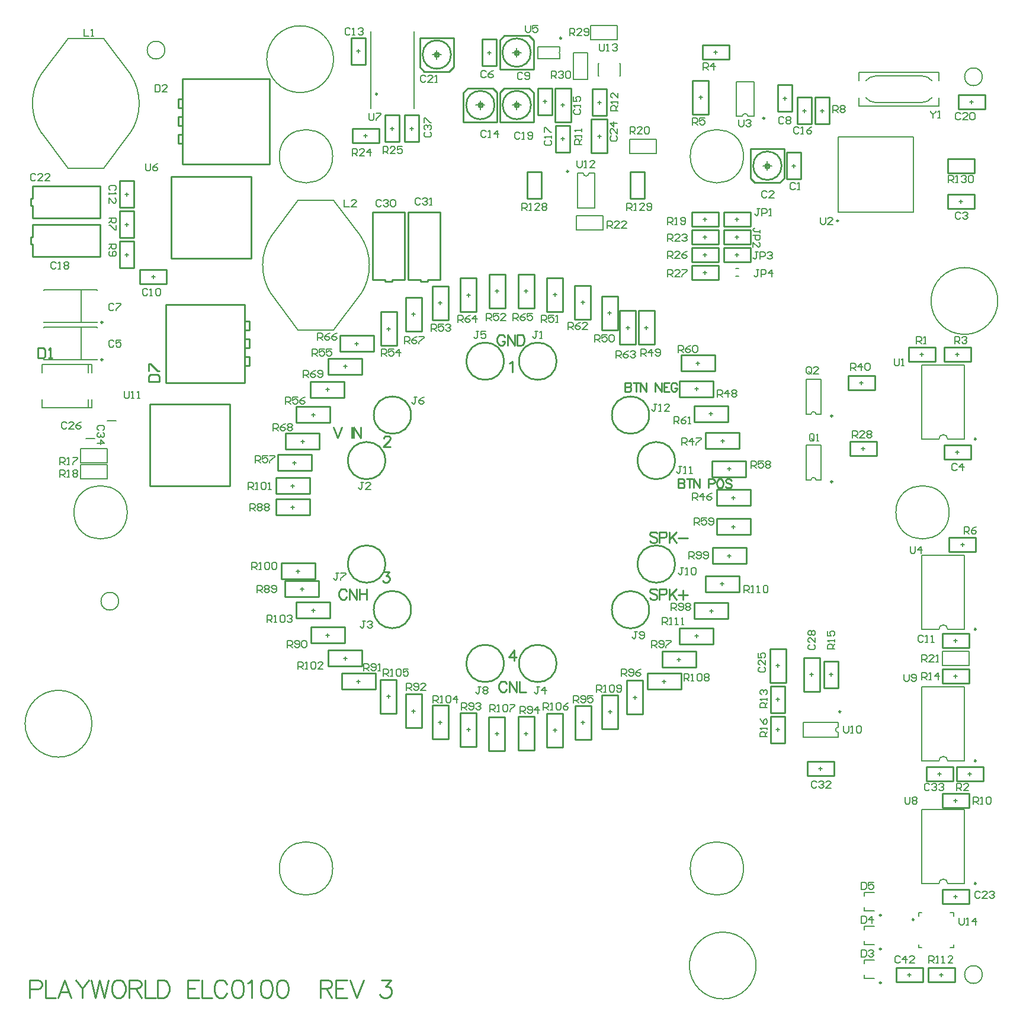
<source format=gto>
%FSLAX23Y23*%
%MOIN*%
G70*
G01*
G75*
G04 Layer_Color=65535*
%ADD10C,0.150*%
%ADD11R,0.118X0.118*%
%ADD12R,0.010X0.041*%
%ADD13R,0.041X0.010*%
%ADD14R,0.035X0.049*%
%ADD15R,0.050X0.055*%
%ADD16R,0.055X0.050*%
%ADD17R,0.022X0.057*%
%ADD18R,0.022X0.057*%
%ADD19R,0.012X0.063*%
%ADD20R,0.140X0.060*%
%ADD21R,0.330X0.420*%
%ADD22R,0.079X0.126*%
%ADD23R,0.079X0.126*%
%ADD24R,0.085X0.036*%
%ADD25R,0.410X0.425*%
%ADD26R,0.110X0.115*%
%ADD27R,0.100X0.100*%
%ADD28R,0.059X0.051*%
%ADD29R,0.024X0.087*%
%ADD30R,0.024X0.087*%
%ADD31R,0.081X0.024*%
%ADD32C,0.050*%
%ADD33R,0.039X0.063*%
%ADD34R,0.217X0.280*%
%ADD35R,0.089X0.024*%
%ADD36R,0.160X0.080*%
%ADD37R,0.450X0.450*%
%ADD38R,0.100X0.100*%
%ADD39R,0.102X0.094*%
%ADD40R,0.012X0.063*%
%ADD41R,0.055X0.065*%
%ADD42R,0.065X0.055*%
%ADD43R,0.037X0.035*%
%ADD44R,0.037X0.035*%
%ADD45R,0.217X0.079*%
%ADD46R,0.063X0.012*%
%ADD47R,0.050X0.110*%
%ADD48R,0.087X0.024*%
%ADD49R,0.087X0.024*%
%ADD50C,0.010*%
%ADD51C,0.020*%
%ADD52C,0.075*%
%ADD53C,0.040*%
%ADD54C,0.025*%
%ADD55C,0.030*%
%ADD56C,0.035*%
%ADD57C,0.015*%
%ADD58C,0.100*%
%ADD59C,0.050*%
%ADD60C,0.150*%
%ADD61C,0.065*%
%ADD62R,0.065X0.065*%
%ADD63C,0.390*%
%ADD64C,0.169*%
%ADD65C,0.100*%
%ADD66C,0.070*%
%ADD67C,0.125*%
%ADD68C,0.250*%
%ADD69C,0.200*%
%ADD70C,0.150*%
%ADD71C,0.024*%
%ADD72C,0.040*%
%ADD73C,0.025*%
%ADD74C,0.008*%
%ADD75C,0.131*%
%ADD76C,0.080*%
%ADD77C,0.430*%
%ADD78C,0.209*%
%ADD79C,0.102*%
%ADD80C,0.085*%
%ADD81C,0.165*%
%ADD82C,0.290*%
%ADD83C,0.052*%
%ADD84C,0.055*%
%ADD85C,0.064*%
G04:AMPARAMS|DCode=86|XSize=43mil|YSize=59mil|CornerRadius=0mil|HoleSize=0mil|Usage=FLASHONLY|Rotation=277.500|XOffset=0mil|YOffset=0mil|HoleType=Round|Shape=Rectangle|*
%AMROTATEDRECTD86*
4,1,4,-0.032,0.018,0.026,0.025,0.032,-0.018,-0.026,-0.025,-0.032,0.018,0.0*
%
%ADD86ROTATEDRECTD86*%

G04:AMPARAMS|DCode=87|XSize=43mil|YSize=59mil|CornerRadius=0mil|HoleSize=0mil|Usage=FLASHONLY|Rotation=292.500|XOffset=0mil|YOffset=0mil|HoleType=Round|Shape=Rectangle|*
%AMROTATEDRECTD87*
4,1,4,-0.036,0.009,0.019,0.031,0.036,-0.009,-0.019,-0.031,-0.036,0.009,0.0*
%
%ADD87ROTATEDRECTD87*%

G04:AMPARAMS|DCode=88|XSize=43mil|YSize=59mil|CornerRadius=0mil|HoleSize=0mil|Usage=FLASHONLY|Rotation=307.500|XOffset=0mil|YOffset=0mil|HoleType=Round|Shape=Rectangle|*
%AMROTATEDRECTD88*
4,1,4,-0.037,-0.001,0.010,0.035,0.037,0.001,-0.010,-0.035,-0.037,-0.001,0.0*
%
%ADD88ROTATEDRECTD88*%

G04:AMPARAMS|DCode=89|XSize=43mil|YSize=59mil|CornerRadius=0mil|HoleSize=0mil|Usage=FLASHONLY|Rotation=322.500|XOffset=0mil|YOffset=0mil|HoleType=Round|Shape=Rectangle|*
%AMROTATEDRECTD89*
4,1,4,-0.035,-0.010,0.001,0.037,0.035,0.010,-0.001,-0.037,-0.035,-0.010,0.0*
%
%ADD89ROTATEDRECTD89*%

G04:AMPARAMS|DCode=90|XSize=43mil|YSize=59mil|CornerRadius=0mil|HoleSize=0mil|Usage=FLASHONLY|Rotation=337.500|XOffset=0mil|YOffset=0mil|HoleType=Round|Shape=Rectangle|*
%AMROTATEDRECTD90*
4,1,4,-0.031,-0.019,-0.009,0.036,0.031,0.019,0.009,-0.036,-0.031,-0.019,0.0*
%
%ADD90ROTATEDRECTD90*%

G04:AMPARAMS|DCode=91|XSize=43mil|YSize=59mil|CornerRadius=0mil|HoleSize=0mil|Usage=FLASHONLY|Rotation=352.500|XOffset=0mil|YOffset=0mil|HoleType=Round|Shape=Rectangle|*
%AMROTATEDRECTD91*
4,1,4,-0.025,-0.026,-0.018,0.032,0.025,0.026,0.018,-0.032,-0.025,-0.026,0.0*
%
%ADD91ROTATEDRECTD91*%

G04:AMPARAMS|DCode=92|XSize=43mil|YSize=59mil|CornerRadius=0mil|HoleSize=0mil|Usage=FLASHONLY|Rotation=7.500|XOffset=0mil|YOffset=0mil|HoleType=Round|Shape=Rectangle|*
%AMROTATEDRECTD92*
4,1,4,-0.018,-0.032,-0.025,0.026,0.018,0.032,0.025,-0.026,-0.018,-0.032,0.0*
%
%ADD92ROTATEDRECTD92*%

G04:AMPARAMS|DCode=93|XSize=43mil|YSize=59mil|CornerRadius=0mil|HoleSize=0mil|Usage=FLASHONLY|Rotation=22.500|XOffset=0mil|YOffset=0mil|HoleType=Round|Shape=Rectangle|*
%AMROTATEDRECTD93*
4,1,4,-0.009,-0.036,-0.031,0.019,0.009,0.036,0.031,-0.019,-0.009,-0.036,0.0*
%
%ADD93ROTATEDRECTD93*%

G04:AMPARAMS|DCode=94|XSize=43mil|YSize=59mil|CornerRadius=0mil|HoleSize=0mil|Usage=FLASHONLY|Rotation=37.500|XOffset=0mil|YOffset=0mil|HoleType=Round|Shape=Rectangle|*
%AMROTATEDRECTD94*
4,1,4,0.001,-0.037,-0.035,0.010,-0.001,0.037,0.035,-0.010,0.001,-0.037,0.0*
%
%ADD94ROTATEDRECTD94*%

G04:AMPARAMS|DCode=95|XSize=43mil|YSize=59mil|CornerRadius=0mil|HoleSize=0mil|Usage=FLASHONLY|Rotation=52.500|XOffset=0mil|YOffset=0mil|HoleType=Round|Shape=Rectangle|*
%AMROTATEDRECTD95*
4,1,4,0.010,-0.035,-0.037,0.001,-0.010,0.035,0.037,-0.001,0.010,-0.035,0.0*
%
%ADD95ROTATEDRECTD95*%

G04:AMPARAMS|DCode=96|XSize=43mil|YSize=59mil|CornerRadius=0mil|HoleSize=0mil|Usage=FLASHONLY|Rotation=67.500|XOffset=0mil|YOffset=0mil|HoleType=Round|Shape=Rectangle|*
%AMROTATEDRECTD96*
4,1,4,0.019,-0.031,-0.036,-0.009,-0.019,0.031,0.036,0.009,0.019,-0.031,0.0*
%
%ADD96ROTATEDRECTD96*%

G04:AMPARAMS|DCode=97|XSize=43mil|YSize=59mil|CornerRadius=0mil|HoleSize=0mil|Usage=FLASHONLY|Rotation=82.500|XOffset=0mil|YOffset=0mil|HoleType=Round|Shape=Rectangle|*
%AMROTATEDRECTD97*
4,1,4,0.026,-0.025,-0.032,-0.018,-0.026,0.025,0.032,0.018,0.026,-0.025,0.0*
%
%ADD97ROTATEDRECTD97*%

G04:AMPARAMS|DCode=98|XSize=43mil|YSize=59mil|CornerRadius=0mil|HoleSize=0mil|Usage=FLASHONLY|Rotation=285.000|XOffset=0mil|YOffset=0mil|HoleType=Round|Shape=Rectangle|*
%AMROTATEDRECTD98*
4,1,4,-0.034,0.013,0.023,0.029,0.034,-0.013,-0.023,-0.029,-0.034,0.013,0.0*
%
%ADD98ROTATEDRECTD98*%

%ADD99R,0.059X0.043*%
G04:AMPARAMS|DCode=100|XSize=43mil|YSize=59mil|CornerRadius=0mil|HoleSize=0mil|Usage=FLASHONLY|Rotation=315.000|XOffset=0mil|YOffset=0mil|HoleType=Round|Shape=Rectangle|*
%AMROTATEDRECTD100*
4,1,4,-0.036,-0.006,0.006,0.036,0.036,0.006,-0.006,-0.036,-0.036,-0.006,0.0*
%
%ADD100ROTATEDRECTD100*%

G04:AMPARAMS|DCode=101|XSize=43mil|YSize=59mil|CornerRadius=0mil|HoleSize=0mil|Usage=FLASHONLY|Rotation=300.000|XOffset=0mil|YOffset=0mil|HoleType=Round|Shape=Rectangle|*
%AMROTATEDRECTD101*
4,1,4,-0.036,0.004,0.015,0.034,0.036,-0.004,-0.015,-0.034,-0.036,0.004,0.0*
%
%ADD101ROTATEDRECTD101*%

G04:AMPARAMS|DCode=102|XSize=43mil|YSize=59mil|CornerRadius=0mil|HoleSize=0mil|Usage=FLASHONLY|Rotation=345.000|XOffset=0mil|YOffset=0mil|HoleType=Round|Shape=Rectangle|*
%AMROTATEDRECTD102*
4,1,4,-0.029,-0.023,-0.013,0.034,0.029,0.023,0.013,-0.034,-0.029,-0.023,0.0*
%
%ADD102ROTATEDRECTD102*%

G04:AMPARAMS|DCode=103|XSize=43mil|YSize=59mil|CornerRadius=0mil|HoleSize=0mil|Usage=FLASHONLY|Rotation=330.000|XOffset=0mil|YOffset=0mil|HoleType=Round|Shape=Rectangle|*
%AMROTATEDRECTD103*
4,1,4,-0.034,-0.015,-0.004,0.036,0.034,0.015,0.004,-0.036,-0.034,-0.015,0.0*
%
%ADD103ROTATEDRECTD103*%

G04:AMPARAMS|DCode=104|XSize=43mil|YSize=59mil|CornerRadius=0mil|HoleSize=0mil|Usage=FLASHONLY|Rotation=15.000|XOffset=0mil|YOffset=0mil|HoleType=Round|Shape=Rectangle|*
%AMROTATEDRECTD104*
4,1,4,-0.013,-0.034,-0.029,0.023,0.013,0.034,0.029,-0.023,-0.013,-0.034,0.0*
%
%ADD104ROTATEDRECTD104*%

%ADD105R,0.043X0.059*%
G04:AMPARAMS|DCode=106|XSize=43mil|YSize=59mil|CornerRadius=0mil|HoleSize=0mil|Usage=FLASHONLY|Rotation=45.000|XOffset=0mil|YOffset=0mil|HoleType=Round|Shape=Rectangle|*
%AMROTATEDRECTD106*
4,1,4,0.006,-0.036,-0.036,0.006,-0.006,0.036,0.036,-0.006,0.006,-0.036,0.0*
%
%ADD106ROTATEDRECTD106*%

G04:AMPARAMS|DCode=107|XSize=43mil|YSize=59mil|CornerRadius=0mil|HoleSize=0mil|Usage=FLASHONLY|Rotation=30.000|XOffset=0mil|YOffset=0mil|HoleType=Round|Shape=Rectangle|*
%AMROTATEDRECTD107*
4,1,4,-0.004,-0.036,-0.034,0.015,0.004,0.036,0.034,-0.015,-0.004,-0.036,0.0*
%
%ADD107ROTATEDRECTD107*%

G04:AMPARAMS|DCode=108|XSize=43mil|YSize=59mil|CornerRadius=0mil|HoleSize=0mil|Usage=FLASHONLY|Rotation=75.000|XOffset=0mil|YOffset=0mil|HoleType=Round|Shape=Rectangle|*
%AMROTATEDRECTD108*
4,1,4,0.023,-0.029,-0.034,-0.013,-0.023,0.029,0.034,0.013,0.023,-0.029,0.0*
%
%ADD108ROTATEDRECTD108*%

G04:AMPARAMS|DCode=109|XSize=43mil|YSize=59mil|CornerRadius=0mil|HoleSize=0mil|Usage=FLASHONLY|Rotation=60.000|XOffset=0mil|YOffset=0mil|HoleType=Round|Shape=Rectangle|*
%AMROTATEDRECTD109*
4,1,4,0.015,-0.034,-0.036,-0.004,-0.015,0.034,0.036,0.004,0.015,-0.034,0.0*
%
%ADD109ROTATEDRECTD109*%

%ADD110C,0.010*%
%ADD111C,0.004*%
%ADD112C,0.008*%
%ADD113C,0.005*%
%ADD114C,0.008*%
%ADD115C,0.006*%
D50*
X1520Y1950D02*
G03*
X1520Y1950I-80J0D01*
G01*
X-340Y2575D02*
G03*
X-340Y2575I-80J0D01*
G01*
X110Y2291D02*
G03*
X110Y2291I-80J0D01*
G01*
X-95D02*
G03*
X-95Y2291I-80J0D01*
G01*
X109Y2586D02*
G03*
X109Y2586I-80J0D01*
G01*
X775Y-548D02*
G03*
X775Y-548I-105J0D01*
G01*
X920Y-291D02*
G03*
X920Y-291I-105J0D01*
G01*
Y291D02*
G03*
X920Y291I-105J0D01*
G01*
X775Y547D02*
G03*
X775Y547I-105J0D01*
G01*
X253Y850D02*
G03*
X253Y850I-105J0D01*
G01*
X-710Y291D02*
G03*
X-710Y291I-105J0D01*
G01*
X-565Y-547D02*
G03*
X-565Y-547I-105J0D01*
G01*
X253Y-850D02*
G03*
X253Y-850I-105J0D01*
G01*
X-43Y850D02*
G03*
X-43Y850I-105J0D01*
G01*
X-565Y547D02*
G03*
X-565Y547I-105J0D01*
G01*
X-710Y-291D02*
G03*
X-710Y-291I-105J0D01*
G01*
X-43Y-850D02*
G03*
X-43Y-850I-105J0D01*
G01*
X-1500Y750D02*
Y1150D01*
X-1945Y730D02*
Y1170D01*
X-1500D01*
Y1075D02*
Y1170D01*
Y1075D02*
X-1475D01*
Y1025D02*
Y1075D01*
X-1500Y1025D02*
X-1475D01*
X-1500Y975D02*
Y1025D01*
Y975D02*
X-1475D01*
Y925D02*
Y975D01*
X-1500Y925D02*
X-1475D01*
X-1500Y875D02*
Y925D01*
Y875D02*
X-1475D01*
Y825D02*
Y875D01*
X-1500Y825D02*
X-1475D01*
X-1500Y730D02*
Y825D01*
X-1945Y730D02*
X-1500D01*
X-2035Y610D02*
X-1585D01*
Y150D02*
Y610D01*
X-2035Y150D02*
X-1585D01*
X-2035D02*
Y610D01*
X-600Y1310D02*
Y1690D01*
X-780D02*
X-600D01*
X-780Y1310D02*
Y1690D01*
Y1310D02*
X-710D01*
Y1300D02*
Y1310D01*
Y1300D02*
X-670D01*
Y1310D01*
X-600D01*
X1195Y1610D02*
Y1690D01*
X1345D01*
Y1610D02*
Y1690D01*
X1195Y1610D02*
X1345D01*
X-1915Y1890D02*
X-1465D01*
Y1430D02*
Y1890D01*
X-1915Y1430D02*
X-1465D01*
X-1915D02*
Y1890D01*
X-1850Y2440D02*
X-1360D01*
X-1850Y2325D02*
Y2440D01*
X-1875Y2325D02*
X-1850D01*
X-1875Y2275D02*
Y2325D01*
Y2275D02*
X-1850D01*
Y2225D02*
Y2275D01*
X-1875Y2225D02*
X-1850D01*
X-1875Y2175D02*
Y2225D01*
Y2175D02*
X-1850D01*
Y2125D02*
Y2175D01*
X-1875Y2125D02*
X-1850D01*
X-1875Y2075D02*
Y2125D01*
Y2075D02*
X-1850D01*
Y1960D02*
Y2075D01*
Y1960D02*
X-1360D01*
Y2440D01*
X-1850Y2000D02*
Y2400D01*
X-2695Y1440D02*
X-2315D01*
Y1620D01*
X-2695D02*
X-2315D01*
X-2695Y1550D02*
Y1620D01*
X-2705Y1550D02*
X-2695D01*
X-2705Y1510D02*
Y1550D01*
Y1510D02*
X-2695D01*
Y1440D02*
Y1510D01*
X1155Y37D02*
X1345D01*
Y127D01*
X1155D02*
X1345D01*
X1155Y37D02*
Y127D01*
X245Y2196D02*
Y2386D01*
Y2196D02*
X335D01*
Y2386D01*
X245D02*
X335D01*
X2455Y1910D02*
Y1990D01*
X2605D01*
Y1910D02*
Y1990D01*
X2455Y1910D02*
X2605D01*
X2515Y2270D02*
Y2350D01*
X2665D01*
Y2270D02*
Y2350D01*
X2515Y2270D02*
X2665D01*
X1790Y2185D02*
Y2335D01*
X1710D02*
X1790D01*
X1710Y2185D02*
Y2335D01*
Y2185D02*
X1790D01*
X1380Y2045D02*
X1500D01*
X1380Y1855D02*
X1500D01*
X1370D02*
X1390D01*
X1345Y1880D02*
X1370Y1855D01*
X1345Y1880D02*
Y2045D01*
X1390D01*
X1490D02*
X1535D01*
Y1880D02*
Y2045D01*
X1510Y1855D02*
X1535Y1880D01*
X1490Y1855D02*
X1510D01*
X1430Y1960D02*
X1450D01*
X1430Y1940D02*
Y1960D01*
Y1940D02*
X1450D01*
Y1960D01*
X1225Y2550D02*
Y2630D01*
X1075Y2550D02*
X1225D01*
X1075D02*
Y2630D01*
X1225D01*
X1610Y2185D02*
Y2335D01*
Y2185D02*
X1690D01*
Y2335D01*
X1610D02*
X1690D01*
X2455Y1710D02*
X2605D01*
Y1790D01*
X2455D02*
X2605D01*
X2455Y1710D02*
Y1790D01*
X670Y1765D02*
X750D01*
X670D02*
Y1915D01*
X750D01*
Y1765D02*
Y1915D01*
X90Y1765D02*
X170D01*
X90D02*
Y1915D01*
X170D01*
Y1765D02*
Y1915D01*
X-600Y2085D02*
X-520D01*
X-600D02*
Y2235D01*
X-520D01*
Y2085D02*
Y2235D01*
X2485Y-1510D02*
Y-1430D01*
X2335Y-1510D02*
X2485D01*
X2335D02*
Y-1430D01*
X2485D01*
X2575Y-2200D02*
Y-2120D01*
X2425Y-2200D02*
X2575D01*
X2425D02*
Y-2120D01*
X2575D01*
X150Y2386D02*
X230D01*
Y2236D02*
Y2386D01*
X150Y2236D02*
X230D01*
X150D02*
Y2386D01*
X-900Y2520D02*
X-820D01*
X-900D02*
Y2670D01*
X-820D01*
Y2520D02*
Y2670D01*
X-2205Y1715D02*
X-2125D01*
X-2205D02*
Y1865D01*
X-2125D01*
Y1715D02*
Y1865D01*
X2575Y-760D02*
Y-680D01*
X2425Y-760D02*
X2575D01*
X2425D02*
Y-680D01*
X2575D01*
X-1940Y1285D02*
Y1365D01*
X-2090Y1285D02*
X-1940D01*
X-2090D02*
Y1365D01*
X-1940D01*
X-166Y2661D02*
X-86D01*
Y2511D02*
Y2661D01*
X-166Y2511D02*
X-86D01*
X-166D02*
Y2661D01*
X2585Y300D02*
Y380D01*
X2435Y300D02*
X2585D01*
X2435D02*
Y380D01*
X2585D01*
X2315Y-2640D02*
Y-2560D01*
X2165Y-2640D02*
X2315D01*
X2165D02*
Y-2560D01*
X2315D01*
X-2695Y1655D02*
Y1725D01*
X-2705D02*
X-2695D01*
X-2705D02*
Y1765D01*
X-2695D01*
Y1835D01*
X-2315D01*
Y1655D02*
Y1835D01*
X-2695Y1655D02*
X-2315D01*
X1905Y400D02*
X2055D01*
X1905Y320D02*
Y400D01*
Y320D02*
X2055D01*
Y400D01*
X-710Y2085D02*
Y2235D01*
Y2085D02*
X-630D01*
Y2235D01*
X-710D02*
X-630D01*
X-895Y2160D02*
X-745D01*
X-895Y2080D02*
Y2160D01*
Y2080D02*
X-745D01*
Y2160D01*
X2425Y-880D02*
X2575D01*
X2425Y-960D02*
Y-880D01*
Y-960D02*
X2575D01*
Y-880D01*
X454Y2231D02*
Y2381D01*
Y2231D02*
X534D01*
Y2381D01*
X454D02*
X534D01*
X330Y2026D02*
Y2176D01*
X250D02*
X330D01*
X250Y2026D02*
Y2176D01*
Y2026D02*
X330D01*
X2425Y-1580D02*
X2575D01*
X2425Y-1660D02*
Y-1580D01*
Y-1660D02*
X2575D01*
Y-1580D01*
X-2205Y1375D02*
Y1525D01*
Y1375D02*
X-2125D01*
Y1525D01*
X-2205D02*
X-2125D01*
X-2205Y1545D02*
Y1695D01*
Y1545D02*
X-2125D01*
Y1695D01*
X-2205D02*
X-2125D01*
X2462Y-140D02*
X2612D01*
X2462Y-220D02*
Y-140D01*
Y-220D02*
X2612D01*
Y-140D01*
X2435Y930D02*
X2585D01*
X2435Y850D02*
Y930D01*
Y850D02*
X2585D01*
Y930D01*
X2505Y-1510D02*
X2655D01*
Y-1430D01*
X2505D02*
X2655D01*
X2505Y-1510D02*
Y-1430D01*
X2235Y930D02*
X2385D01*
X2235Y850D02*
Y930D01*
Y850D02*
X2385D01*
Y930D01*
X2345Y-2560D02*
X2495D01*
X2345Y-2640D02*
Y-2560D01*
Y-2640D02*
X2495D01*
Y-2560D01*
X946Y-741D02*
Y-651D01*
X1136D01*
Y-741D02*
Y-651D01*
X946Y-741D02*
X1136D01*
X1091Y-447D02*
Y-357D01*
X1281D01*
Y-447D02*
Y-357D01*
X1091Y-447D02*
X1281D01*
X509Y-1028D02*
X599D01*
Y-1218D02*
Y-1028D01*
X509Y-1218D02*
X599D01*
X509D02*
Y-1028D01*
X765Y-995D02*
Y-905D01*
X955D01*
Y-995D02*
Y-905D01*
X765Y-995D02*
X955D01*
X-127Y-1150D02*
X-37D01*
Y-1340D02*
Y-1150D01*
X-127Y-1340D02*
X-37D01*
X-127D02*
Y-1150D01*
X199Y-1131D02*
X289D01*
Y-1321D02*
Y-1131D01*
X199Y-1321D02*
X289D01*
X199D02*
Y-1131D01*
X-737Y-940D02*
X-647D01*
Y-1130D02*
Y-940D01*
X-737Y-1130D02*
X-647D01*
X-737D02*
Y-940D01*
X-446Y-1086D02*
X-356D01*
Y-1276D02*
Y-1086D01*
X-446Y-1276D02*
X-356D01*
X-446D02*
Y-1086D01*
X-1020Y-595D02*
Y-505D01*
X-1210Y-595D02*
X-1020D01*
X-1210D02*
Y-505D01*
X-1020D01*
X-841Y-866D02*
Y-776D01*
X-1031Y-866D02*
X-841D01*
X-1031D02*
Y-776D01*
X-841D01*
X-1135Y105D02*
Y195D01*
X-1325Y105D02*
X-1135D01*
X-1325D02*
Y195D01*
X-1135D01*
X-1105Y-375D02*
Y-285D01*
X-1295Y-375D02*
X-1105D01*
X-1295D02*
Y-285D01*
X-1105D01*
X1131Y-289D02*
Y-199D01*
X1321D01*
Y-289D02*
Y-199D01*
X1131Y-289D02*
X1321D01*
X1029Y-599D02*
Y-509D01*
X1219D01*
Y-599D02*
Y-509D01*
X1029Y-599D02*
X1219D01*
X848Y-872D02*
Y-782D01*
X1038D01*
Y-872D02*
Y-782D01*
X848Y-872D02*
X1038D01*
X650Y-945D02*
X740D01*
Y-1135D02*
Y-945D01*
X650Y-1135D02*
X740D01*
X650D02*
Y-945D01*
X357Y-1088D02*
X447D01*
Y-1278D02*
Y-1088D01*
X357Y-1278D02*
X447D01*
X357D02*
Y-1088D01*
X37Y-1149D02*
X127D01*
Y-1339D02*
Y-1149D01*
X37Y-1339D02*
X127D01*
X37D02*
Y-1149D01*
X-288Y-1128D02*
X-198D01*
Y-1318D02*
Y-1128D01*
X-288Y-1318D02*
X-198D01*
X-288D02*
Y-1128D01*
X-596Y-1023D02*
X-506D01*
Y-1213D02*
Y-1023D01*
X-596Y-1213D02*
X-506D01*
X-596D02*
Y-1023D01*
X-765Y-995D02*
Y-905D01*
X-955Y-995D02*
X-765D01*
X-955D02*
Y-905D01*
X-765D01*
X-939Y-736D02*
Y-646D01*
X-1129Y-736D02*
X-939D01*
X-1129D02*
Y-646D01*
X-939D01*
X-1084Y-475D02*
Y-385D01*
X-1274Y-475D02*
X-1084D01*
X-1274D02*
Y-385D01*
X-1084D01*
X-1135Y-15D02*
Y75D01*
X-1325Y-15D02*
X-1135D01*
X-1325D02*
Y75D01*
X-1135D01*
X-940Y646D02*
Y736D01*
X-1130Y646D02*
X-940D01*
X-1130D02*
Y736D01*
X-940D01*
X-1081Y354D02*
Y444D01*
X-1271Y354D02*
X-1081D01*
X-1271D02*
Y444D01*
X-1081D01*
X-595Y1020D02*
X-505D01*
X-595D02*
Y1210D01*
X-505D01*
Y1020D02*
Y1210D01*
X-775Y905D02*
Y995D01*
X-965Y905D02*
X-775D01*
X-965D02*
Y995D01*
X-775D01*
X37Y1150D02*
X127D01*
X37D02*
Y1340D01*
X127D01*
Y1150D02*
Y1340D01*
X-288Y1127D02*
X-198D01*
X-288D02*
Y1317D01*
X-198D01*
Y1127D02*
Y1317D01*
X610Y945D02*
X700D01*
X610D02*
Y1135D01*
X700D01*
Y945D02*
Y1135D01*
X356Y1086D02*
X446D01*
X356D02*
Y1276D01*
X446D01*
Y1086D02*
Y1276D01*
X1027Y509D02*
Y599D01*
X1217D01*
Y509D02*
Y599D01*
X1027Y509D02*
X1217D01*
X955Y795D02*
Y885D01*
X1145D01*
Y795D02*
Y885D01*
X955Y795D02*
X1145D01*
X1155Y-125D02*
Y-35D01*
X1345D01*
Y-125D02*
Y-35D01*
X1155Y-125D02*
X1345D01*
X1130Y200D02*
Y290D01*
X1320D01*
Y200D02*
Y290D01*
X1130Y200D02*
X1320D01*
X-1125Y235D02*
Y325D01*
X-1315Y235D02*
X-1125D01*
X-1315D02*
Y325D01*
X-1125D01*
X-1021Y505D02*
Y595D01*
X-1211Y505D02*
X-1021D01*
X-1211D02*
Y595D01*
X-1021D01*
X-841Y776D02*
Y866D01*
X-1031Y776D02*
X-841D01*
X-1031D02*
Y866D01*
X-841D01*
X-735Y938D02*
X-645D01*
X-735D02*
Y1128D01*
X-645D01*
Y938D02*
Y1128D01*
X-445Y1082D02*
X-355D01*
X-445D02*
Y1272D01*
X-355D01*
Y1082D02*
Y1272D01*
X-125Y1150D02*
X-35D01*
X-125D02*
Y1340D01*
X-35D01*
Y1150D02*
Y1340D01*
X199Y1129D02*
X289D01*
X199D02*
Y1319D01*
X289D01*
Y1129D02*
Y1319D01*
X508Y1026D02*
X598D01*
X508D02*
Y1216D01*
X598D01*
Y1026D02*
Y1216D01*
X715Y945D02*
X805D01*
X715D02*
Y1135D01*
X805D01*
Y945D02*
Y1135D01*
X946Y650D02*
Y740D01*
X1136D01*
Y650D02*
Y740D01*
X946Y650D02*
X1136D01*
X1092Y358D02*
Y448D01*
X1282D01*
Y358D02*
Y448D01*
X1092Y358D02*
X1282D01*
X449Y2211D02*
X539D01*
Y2021D02*
Y2211D01*
X449Y2021D02*
X539D01*
X449D02*
Y2211D01*
X-480Y2670D02*
X-360D01*
X-480Y2480D02*
X-360D01*
X-490D02*
X-470D01*
X-515Y2505D02*
X-490Y2480D01*
X-515Y2505D02*
Y2670D01*
X-470D01*
X-370D02*
X-325D01*
Y2505D02*
Y2670D01*
X-350Y2480D02*
X-325Y2505D01*
X-370Y2480D02*
X-350D01*
X-430Y2585D02*
X-410D01*
X-430Y2565D02*
Y2585D01*
Y2565D02*
X-410D01*
Y2585D01*
X-30Y2196D02*
X90D01*
X-30Y2386D02*
X90D01*
X80D02*
X100D01*
X125Y2361D01*
Y2196D02*
Y2361D01*
X80Y2196D02*
X125D01*
X-65D02*
X-20D01*
X-65D02*
Y2361D01*
X-40Y2386D01*
X-20D01*
X20Y2281D02*
X40D01*
Y2301D01*
X20D02*
X40D01*
X20Y2281D02*
Y2301D01*
X-235Y2196D02*
X-115D01*
X-235Y2386D02*
X-115D01*
X-125D02*
X-105D01*
X-80Y2361D01*
Y2196D02*
Y2361D01*
X-125Y2196D02*
X-80D01*
X-270D02*
X-225D01*
X-270D02*
Y2361D01*
X-245Y2386D01*
X-225D01*
X-185Y2281D02*
X-165D01*
Y2301D01*
X-185D02*
X-165D01*
X-185Y2281D02*
Y2301D01*
X-31Y2491D02*
X89D01*
X-31Y2681D02*
X89D01*
X79D02*
X99D01*
X124Y2656D01*
Y2491D02*
Y2656D01*
X79Y2491D02*
X124D01*
X-66D02*
X-21D01*
X-66D02*
Y2656D01*
X-41Y2681D01*
X-21D01*
X19Y2576D02*
X39D01*
Y2596D01*
X19D02*
X39D01*
X19Y2576D02*
Y2596D01*
X2045Y690D02*
Y770D01*
X1895Y690D02*
X2045D01*
X1895D02*
Y770D01*
X2045D01*
X1550Y1875D02*
X1630D01*
X1550D02*
Y2025D01*
X1630D01*
Y1875D02*
Y2025D01*
X1195Y1510D02*
X1345D01*
Y1590D01*
X1195D02*
X1345D01*
X1195Y1510D02*
Y1590D01*
Y1410D02*
X1345D01*
Y1490D01*
X1195D02*
X1345D01*
X1195Y1410D02*
Y1490D01*
X1015Y1690D02*
X1165D01*
X1015Y1610D02*
Y1690D01*
Y1610D02*
X1165D01*
Y1690D01*
X1015Y1590D02*
X1165D01*
X1015Y1510D02*
Y1590D01*
Y1510D02*
X1165D01*
Y1590D01*
X1015Y1490D02*
X1165D01*
X1015Y1410D02*
Y1490D01*
Y1410D02*
X1165D01*
Y1490D01*
X1015Y1390D02*
X1165D01*
X1015Y1310D02*
Y1390D01*
Y1310D02*
X1165D01*
Y1390D01*
X1500Y2405D02*
X1580D01*
Y2255D02*
Y2405D01*
X1500Y2255D02*
X1580D01*
X1500D02*
Y2405D01*
X1020Y2430D02*
X1110D01*
Y2240D02*
Y2430D01*
X1020Y2240D02*
X1110D01*
X1020D02*
Y2430D01*
X1455Y-768D02*
X1545D01*
Y-958D02*
Y-768D01*
X1455Y-958D02*
X1545D01*
X1455D02*
Y-768D01*
X1645Y-1008D02*
X1735D01*
X1645D02*
Y-818D01*
X1735D01*
Y-1008D02*
Y-818D01*
X1460Y-1128D02*
Y-978D01*
Y-1128D02*
X1540D01*
Y-978D01*
X1460D02*
X1540D01*
X1840Y-988D02*
Y-838D01*
X1760D02*
X1840D01*
X1760Y-988D02*
Y-838D01*
Y-988D02*
X1840D01*
X1460Y-1298D02*
Y-1148D01*
Y-1298D02*
X1540D01*
Y-1148D01*
X1460D02*
X1540D01*
X1665Y-1483D02*
Y-1403D01*
X1815D01*
Y-1483D02*
Y-1403D01*
X1665Y-1483D02*
X1815D01*
X-470Y1310D02*
X-400D01*
X-470Y1300D02*
Y1310D01*
X-510Y1300D02*
X-470D01*
X-510D02*
Y1310D01*
X-580D02*
X-510D01*
X-580D02*
Y1690D01*
X-400D01*
Y1310D02*
Y1690D01*
X-2664Y926D02*
Y867D01*
X-2634D01*
X-2624Y876D01*
Y916D01*
X-2634Y926D01*
X-2664D01*
X-2604Y867D02*
X-2584D01*
X-2594D01*
Y926D01*
X-2604Y916D01*
X-2040Y734D02*
X-1980D01*
Y764D01*
X-1990Y774D01*
X-2030D01*
X-2040Y764D01*
Y734D01*
Y794D02*
Y834D01*
X-2030D01*
X-1990Y794D01*
X-1980D01*
X940Y188D02*
Y138D01*
Y188D02*
X961D01*
X969Y185D01*
X971Y183D01*
X973Y178D01*
Y173D01*
X971Y168D01*
X969Y166D01*
X961Y164D01*
X940D02*
X961D01*
X969Y161D01*
X971Y159D01*
X973Y154D01*
Y147D01*
X971Y142D01*
X969Y140D01*
X961Y138D01*
X940D01*
X1001Y188D02*
Y138D01*
X985Y188D02*
X1018D01*
X1024D02*
Y138D01*
Y188D02*
X1057Y138D01*
Y188D02*
Y138D01*
X1110Y161D02*
X1132D01*
X1139Y164D01*
X1141Y166D01*
X1144Y171D01*
Y178D01*
X1141Y183D01*
X1139Y185D01*
X1132Y188D01*
X1110D01*
Y138D01*
X1169Y188D02*
X1164Y185D01*
X1159Y180D01*
X1157Y176D01*
X1155Y168D01*
Y157D01*
X1157Y149D01*
X1159Y145D01*
X1164Y140D01*
X1169Y138D01*
X1179D01*
X1183Y140D01*
X1188Y145D01*
X1190Y149D01*
X1193Y157D01*
Y168D01*
X1190Y176D01*
X1188Y180D01*
X1183Y185D01*
X1179Y188D01*
X1169D01*
X1238Y180D02*
X1233Y185D01*
X1226Y188D01*
X1216D01*
X1209Y185D01*
X1204Y180D01*
Y176D01*
X1207Y171D01*
X1209Y168D01*
X1214Y166D01*
X1228Y161D01*
X1233Y159D01*
X1235Y157D01*
X1238Y152D01*
Y145D01*
X1233Y140D01*
X1226Y138D01*
X1216D01*
X1209Y140D01*
X1204Y145D01*
X640Y730D02*
Y680D01*
Y730D02*
X661D01*
X669Y728D01*
X671Y725D01*
X673Y720D01*
Y716D01*
X671Y711D01*
X669Y709D01*
X661Y706D01*
X640D02*
X661D01*
X669Y704D01*
X671Y701D01*
X673Y697D01*
Y690D01*
X671Y685D01*
X669Y682D01*
X661Y680D01*
X640D01*
X701Y730D02*
Y680D01*
X685Y730D02*
X718D01*
X724D02*
Y680D01*
Y730D02*
X757Y680D01*
Y730D02*
Y680D01*
X810Y730D02*
Y680D01*
Y730D02*
X844Y680D01*
Y730D02*
Y680D01*
X888Y730D02*
X857D01*
Y680D01*
X888D01*
X857Y706D02*
X876D01*
X932Y718D02*
X930Y723D01*
X925Y728D01*
X920Y730D01*
X911D01*
X906Y728D01*
X901Y723D01*
X899Y718D01*
X897Y711D01*
Y699D01*
X899Y692D01*
X901Y687D01*
X906Y682D01*
X911Y680D01*
X920D01*
X925Y682D01*
X930Y687D01*
X932Y692D01*
Y699D01*
X920D02*
X932D01*
X-2710Y-2682D02*
X-2667D01*
X-2653Y-2678D01*
X-2648Y-2673D01*
X-2643Y-2663D01*
Y-2649D01*
X-2648Y-2640D01*
X-2653Y-2635D01*
X-2667Y-2630D01*
X-2710D01*
Y-2730D01*
X-2621Y-2630D02*
Y-2730D01*
X-2564D01*
X-2477D02*
X-2515Y-2630D01*
X-2553Y-2730D01*
X-2539Y-2697D02*
X-2491D01*
X-2453Y-2630D02*
X-2415Y-2678D01*
Y-2730D01*
X-2377Y-2630D02*
X-2415Y-2678D01*
X-2364Y-2630D02*
X-2341Y-2730D01*
X-2317Y-2630D02*
X-2341Y-2730D01*
X-2317Y-2630D02*
X-2293Y-2730D01*
X-2269Y-2630D02*
X-2293Y-2730D01*
X-2221Y-2630D02*
X-2230Y-2635D01*
X-2240Y-2644D01*
X-2244Y-2654D01*
X-2249Y-2668D01*
Y-2692D01*
X-2244Y-2706D01*
X-2240Y-2716D01*
X-2230Y-2725D01*
X-2221Y-2730D01*
X-2202D01*
X-2192Y-2725D01*
X-2182Y-2716D01*
X-2178Y-2706D01*
X-2173Y-2692D01*
Y-2668D01*
X-2178Y-2654D01*
X-2182Y-2644D01*
X-2192Y-2635D01*
X-2202Y-2630D01*
X-2221D01*
X-2150D02*
Y-2730D01*
Y-2630D02*
X-2107D01*
X-2093Y-2635D01*
X-2088Y-2640D01*
X-2083Y-2649D01*
Y-2659D01*
X-2088Y-2668D01*
X-2093Y-2673D01*
X-2107Y-2678D01*
X-2150D01*
X-2116D02*
X-2083Y-2730D01*
X-2061Y-2630D02*
Y-2730D01*
X-2003D01*
X-1993Y-2630D02*
Y-2730D01*
Y-2630D02*
X-1959D01*
X-1945Y-2635D01*
X-1935Y-2644D01*
X-1931Y-2654D01*
X-1926Y-2668D01*
Y-2692D01*
X-1931Y-2706D01*
X-1935Y-2716D01*
X-1945Y-2725D01*
X-1959Y-2730D01*
X-1993D01*
X-1758Y-2630D02*
X-1820D01*
Y-2730D01*
X-1758D01*
X-1820Y-2678D02*
X-1782D01*
X-1741Y-2630D02*
Y-2730D01*
X-1684D01*
X-1602Y-2654D02*
X-1607Y-2644D01*
X-1616Y-2635D01*
X-1626Y-2630D01*
X-1645D01*
X-1654Y-2635D01*
X-1664Y-2644D01*
X-1669Y-2654D01*
X-1673Y-2668D01*
Y-2692D01*
X-1669Y-2706D01*
X-1664Y-2716D01*
X-1654Y-2725D01*
X-1645Y-2730D01*
X-1626D01*
X-1616Y-2725D01*
X-1607Y-2716D01*
X-1602Y-2706D01*
X-1545Y-2630D02*
X-1560Y-2635D01*
X-1569Y-2649D01*
X-1574Y-2673D01*
Y-2687D01*
X-1569Y-2711D01*
X-1560Y-2725D01*
X-1545Y-2730D01*
X-1536D01*
X-1521Y-2725D01*
X-1512Y-2711D01*
X-1507Y-2687D01*
Y-2673D01*
X-1512Y-2649D01*
X-1521Y-2635D01*
X-1536Y-2630D01*
X-1545D01*
X-1485Y-2649D02*
X-1475Y-2644D01*
X-1461Y-2630D01*
Y-2730D01*
X-1383Y-2630D02*
X-1397Y-2635D01*
X-1407Y-2649D01*
X-1412Y-2673D01*
Y-2687D01*
X-1407Y-2711D01*
X-1397Y-2725D01*
X-1383Y-2730D01*
X-1373D01*
X-1359Y-2725D01*
X-1350Y-2711D01*
X-1345Y-2687D01*
Y-2673D01*
X-1350Y-2649D01*
X-1359Y-2635D01*
X-1373Y-2630D01*
X-1383D01*
X-1294D02*
X-1308Y-2635D01*
X-1318Y-2649D01*
X-1322Y-2673D01*
Y-2687D01*
X-1318Y-2711D01*
X-1308Y-2725D01*
X-1294Y-2730D01*
X-1284D01*
X-1270Y-2725D01*
X-1261Y-2711D01*
X-1256Y-2687D01*
Y-2673D01*
X-1261Y-2649D01*
X-1270Y-2635D01*
X-1284Y-2630D01*
X-1294D01*
X-1076D02*
Y-2730D01*
Y-2630D02*
X-1034D01*
X-1019Y-2635D01*
X-1014Y-2640D01*
X-1010Y-2649D01*
Y-2659D01*
X-1014Y-2668D01*
X-1019Y-2673D01*
X-1034Y-2678D01*
X-1076D01*
X-1043D02*
X-1010Y-2730D01*
X-925Y-2630D02*
X-987D01*
Y-2730D01*
X-925D01*
X-987Y-2678D02*
X-949D01*
X-909Y-2630D02*
X-871Y-2730D01*
X-833Y-2630D02*
X-871Y-2730D01*
X-732Y-2630D02*
X-679D01*
X-708Y-2668D01*
X-694D01*
X-684Y-2673D01*
X-679Y-2678D01*
X-675Y-2692D01*
Y-2701D01*
X-679Y-2716D01*
X-689Y-2725D01*
X-703Y-2730D01*
X-717D01*
X-732Y-2725D01*
X-736Y-2720D01*
X-741Y-2711D01*
X14Y-775D02*
X-15Y-815D01*
X28D01*
X14Y-775D02*
Y-835D01*
X-719Y-335D02*
X-688D01*
X-705Y-358D01*
X-696D01*
X-691Y-361D01*
X-688Y-364D01*
X-685Y-372D01*
Y-378D01*
X-688Y-386D01*
X-694Y-392D01*
X-702Y-395D01*
X-711D01*
X-719Y-392D01*
X-722Y-389D01*
X-725Y-384D01*
X-717Y416D02*
Y419D01*
X-714Y424D01*
X-711Y427D01*
X-706Y430D01*
X-694D01*
X-689Y427D01*
X-686Y424D01*
X-683Y419D01*
Y413D01*
X-686Y407D01*
X-691Y399D01*
X-720Y370D01*
X-680D01*
X-10Y839D02*
X-4Y841D01*
X4Y850D01*
Y790D01*
X-1000Y480D02*
X-977Y420D01*
X-954Y480D02*
X-977Y420D01*
X-899Y480D02*
Y420D01*
X-887Y480D02*
Y420D01*
Y480D02*
X-847Y420D01*
Y480D02*
Y420D01*
X-37Y986D02*
X-40Y991D01*
X-46Y997D01*
X-51Y1000D01*
X-63D01*
X-69Y997D01*
X-74Y991D01*
X-77Y986D01*
X-80Y977D01*
Y963D01*
X-77Y954D01*
X-74Y949D01*
X-69Y943D01*
X-63Y940D01*
X-51D01*
X-46Y943D01*
X-40Y949D01*
X-37Y954D01*
Y963D01*
X-51D02*
X-37D01*
X-23Y1000D02*
Y940D01*
Y1000D02*
X17Y940D01*
Y1000D02*
Y940D01*
X33Y1000D02*
Y940D01*
Y1000D02*
X53D01*
X62Y997D01*
X67Y991D01*
X70Y986D01*
X73Y977D01*
Y963D01*
X70Y954D01*
X67Y949D01*
X62Y943D01*
X53Y940D01*
X33D01*
X820Y-119D02*
X814Y-113D01*
X806Y-110D01*
X794D01*
X786Y-113D01*
X780Y-119D01*
Y-124D01*
X783Y-130D01*
X786Y-133D01*
X791Y-136D01*
X809Y-141D01*
X814Y-144D01*
X817Y-147D01*
X820Y-153D01*
Y-161D01*
X814Y-167D01*
X806Y-170D01*
X794D01*
X786Y-167D01*
X780Y-161D01*
X833Y-141D02*
X859D01*
X868Y-139D01*
X871Y-136D01*
X873Y-130D01*
Y-121D01*
X871Y-116D01*
X868Y-113D01*
X859Y-110D01*
X833D01*
Y-170D01*
X887Y-110D02*
Y-170D01*
X927Y-110D02*
X887Y-150D01*
X901Y-136D02*
X927Y-170D01*
X940Y-144D02*
X992D01*
X820Y-439D02*
X814Y-433D01*
X806Y-430D01*
X794D01*
X786Y-433D01*
X780Y-439D01*
Y-444D01*
X783Y-450D01*
X786Y-453D01*
X791Y-456D01*
X809Y-461D01*
X814Y-464D01*
X817Y-467D01*
X820Y-473D01*
Y-481D01*
X814Y-487D01*
X806Y-490D01*
X794D01*
X786Y-487D01*
X780Y-481D01*
X833Y-461D02*
X859D01*
X868Y-459D01*
X871Y-456D01*
X873Y-450D01*
Y-441D01*
X871Y-436D01*
X868Y-433D01*
X859Y-430D01*
X833D01*
Y-490D01*
X887Y-430D02*
Y-490D01*
X927Y-430D02*
X887Y-470D01*
X901Y-456D02*
X927Y-490D01*
X966Y-439D02*
Y-490D01*
X940Y-464D02*
X992D01*
X-927Y-444D02*
X-930Y-439D01*
X-936Y-433D01*
X-941Y-430D01*
X-953D01*
X-959Y-433D01*
X-964Y-439D01*
X-967Y-444D01*
X-970Y-453D01*
Y-467D01*
X-967Y-476D01*
X-964Y-481D01*
X-959Y-487D01*
X-953Y-490D01*
X-941D01*
X-936Y-487D01*
X-930Y-481D01*
X-927Y-476D01*
X-910Y-430D02*
Y-490D01*
Y-430D02*
X-870Y-490D01*
Y-430D02*
Y-490D01*
X-854Y-430D02*
Y-490D01*
X-814Y-430D02*
Y-490D01*
X-854Y-459D02*
X-814D01*
X-27Y-964D02*
X-30Y-959D01*
X-36Y-953D01*
X-41Y-950D01*
X-53D01*
X-59Y-953D01*
X-64Y-959D01*
X-67Y-964D01*
X-70Y-973D01*
Y-987D01*
X-67Y-996D01*
X-64Y-1001D01*
X-59Y-1007D01*
X-53Y-1010D01*
X-41D01*
X-36Y-1007D01*
X-30Y-1001D01*
X-27Y-996D01*
X-10Y-950D02*
Y-1010D01*
Y-950D02*
X30Y-1010D01*
Y-950D02*
Y-1010D01*
X46Y-950D02*
Y-1010D01*
X81D01*
D74*
X-1001Y2549D02*
G03*
X-1001Y2549I-188J0D01*
G01*
X2737Y1189D02*
G03*
X2737Y1189I-188J0D01*
G01*
X1377Y-2549D02*
G03*
X1377Y-2549I-188J0D01*
G01*
X-2361Y-1189D02*
G03*
X-2361Y-1189I-188J0D01*
G01*
X-1006Y2003D02*
G03*
X-1006Y2003I-150J0D01*
G01*
X1306D02*
G03*
X1306Y2003I-150J0D01*
G01*
X2463Y0D02*
G03*
X2463Y0I-150J0D01*
G01*
X1306Y-2003D02*
G03*
X1306Y-2003I-150J0D01*
G01*
X-1006D02*
G03*
X-1006Y-2003I-150J0D01*
G01*
X-2162Y0D02*
G03*
X-2162Y0I-150J0D01*
G01*
X-847Y1228D02*
G03*
X-852Y1559I-253J162D01*
G01*
X-1348Y1559D02*
G03*
X-1353Y1228I248J-169D01*
G01*
X-2147Y2131D02*
G03*
X-2142Y2462I-248J169D01*
G01*
X-2648D02*
G03*
X-2643Y2131I253J-162D01*
G01*
X-2640Y785D02*
Y832D01*
Y588D02*
Y635D01*
X-2360Y785D02*
Y832D01*
Y588D02*
Y635D01*
X-2380Y588D02*
Y635D01*
Y785D02*
Y832D01*
X-1353Y1228D02*
X-1200Y1025D01*
X-1348Y1559D02*
X-1200Y1755D01*
X-1000Y1025D02*
X-847Y1228D01*
X-1000Y1755D02*
X-852Y1559D01*
X-1200Y1755D02*
X-1000D01*
X-1200Y1025D02*
X-1000D01*
X-2495Y2665D02*
X-2295D01*
X-2495Y1935D02*
X-2295D01*
X-2643Y2131D02*
X-2495Y1935D01*
X-2648Y2462D02*
X-2495Y2665D01*
X-2295Y1935D02*
X-2147Y2131D01*
X-2295Y2665D02*
X-2142Y2462D01*
D110*
X2265Y-2291D02*
G03*
X2265Y-2291I-5J0D01*
G01*
D02*
G03*
X2265Y-2291I-5J0D01*
G01*
X1853Y-1121D02*
G03*
X1853Y-1121I-5J0D01*
G01*
X1425Y2217D02*
G03*
X1425Y2217I-5J0D01*
G01*
X-755Y2353D02*
G03*
X-755Y2353I-5J0D01*
G01*
X2615Y412D02*
G03*
X2615Y412I-5J0D01*
G01*
X-2300Y859D02*
G03*
X-2300Y859I-5J0D01*
G01*
X282Y2667D02*
G03*
X282Y2667I-5J0D01*
G01*
X2081Y-2266D02*
G03*
X2081Y-2266I-5J0D01*
G01*
X1840Y1640D02*
G03*
X1840Y1640I-5J0D01*
G01*
X1807Y172D02*
G03*
X1807Y172I-5J0D01*
G01*
Y542D02*
G03*
X1807Y542I-5J0D01*
G01*
X2081Y-2646D02*
G03*
X2081Y-2646I-5J0D01*
G01*
Y-2456D02*
G03*
X2081Y-2456I-5J0D01*
G01*
X2615Y-1398D02*
G03*
X2615Y-1398I-5J0D01*
G01*
Y-2088D02*
G03*
X2615Y-2088I-5J0D01*
G01*
X-2300Y1069D02*
G03*
X-2300Y1069I-5J0D01*
G01*
X2615Y-658D02*
G03*
X2615Y-658I-5J0D01*
G01*
X320Y1918D02*
G03*
X320Y1918I-5J0D01*
G01*
D111*
X492Y2439D02*
G03*
X492Y2439I-2J0D01*
G01*
D112*
X1838Y-1209D02*
G03*
X1838Y-1237I0J-14D01*
G01*
X1331Y2227D02*
G03*
X1299Y2227I-16J0D01*
G01*
X2455Y412D02*
G03*
X2405Y412I-25J0D01*
G01*
X272Y2591D02*
G03*
X272Y2581I0J-5D01*
G01*
X2052Y2455D02*
G03*
X1994Y2428I0J-75D01*
G01*
Y2332D02*
G03*
X2052Y2305I58J48D01*
G01*
X2308D02*
G03*
X2366Y2332I0J75D01*
G01*
Y2428D02*
G03*
X2308Y2455I-58J-48D01*
G01*
X1714Y182D02*
G03*
X1686Y182I-14J0D01*
G01*
X1714Y552D02*
G03*
X1686Y552I-14J0D01*
G01*
X2455Y-1398D02*
G03*
X2405Y-1398I-25J0D01*
G01*
X2455Y-2088D02*
G03*
X2405Y-2088I-25J0D01*
G01*
X2455Y-658D02*
G03*
X2405Y-658I-25J0D01*
G01*
X404Y1908D02*
G03*
X436Y1908I16J0D01*
G01*
X2292Y-2448D02*
Y-2430D01*
Y-2448D02*
X2310D01*
X2470D02*
X2488D01*
Y-2430D01*
Y-2270D02*
Y-2252D01*
X2470D02*
X2488D01*
X2292D02*
X2310D01*
X2292Y-2270D02*
Y-2252D01*
X1262Y1371D02*
X1278D01*
X1262Y1329D02*
X1278D01*
X365Y1590D02*
X515D01*
Y1670D01*
X365D02*
X515D01*
X365Y1590D02*
Y1670D01*
X445Y2740D02*
X595D01*
X445Y2660D02*
Y2740D01*
Y2660D02*
X595D01*
Y2740D01*
X350Y2435D02*
Y2585D01*
Y2435D02*
X430D01*
Y2585D01*
X350D02*
X430D01*
X611Y2455D02*
Y2525D01*
X489Y2455D02*
Y2525D01*
X491D01*
X489Y2455D02*
X491D01*
X609Y2525D02*
X611D01*
X609Y2455D02*
X611D01*
X-2425Y280D02*
X-2275D01*
Y360D01*
X-2425D02*
X-2275D01*
X-2425Y280D02*
Y360D01*
X-2396Y415D02*
X-2344D01*
X1642Y-1266D02*
X1838D01*
X1642Y-1180D02*
X1838D01*
X1642Y-1266D02*
Y-1180D01*
X1838Y-1266D02*
Y-1237D01*
Y-1209D02*
Y-1180D01*
X1331Y2227D02*
X1364D01*
X1266D02*
X1299D01*
X1266Y2423D02*
X1364D01*
Y2227D02*
Y2423D01*
X1266Y2227D02*
Y2423D01*
X-791Y2273D02*
Y2706D01*
X-549Y2273D02*
Y2706D01*
X2455Y412D02*
X2550D01*
X2310D02*
X2405D01*
X2310Y828D02*
X2550D01*
Y412D02*
Y828D01*
X2310Y412D02*
Y828D01*
X-2630Y859D02*
Y861D01*
Y1039D02*
Y1041D01*
X-2330D01*
X-2630Y859D02*
X-2330D01*
Y1039D02*
Y1041D01*
Y859D02*
Y861D01*
X-2421Y859D02*
Y1041D01*
X272Y2591D02*
Y2619D01*
Y2553D02*
Y2581D01*
X148Y2553D02*
X272D01*
X148D02*
Y2619D01*
X272D01*
X1984Y-2241D02*
X2042D01*
X1984Y-2139D02*
X2042D01*
X1984Y-2241D02*
Y-2223D01*
Y-2157D02*
Y-2139D01*
X2052Y2455D02*
X2308D01*
X2052Y2305D02*
X2308D01*
X1956Y2427D02*
Y2474D01*
Y2286D02*
Y2333D01*
X2404Y2286D02*
Y2333D01*
Y2427D02*
Y2474D01*
X1956D02*
X2404D01*
X1956Y2286D02*
X2404D01*
X2263Y1687D02*
Y2113D01*
X1837Y1687D02*
Y2113D01*
Y1687D02*
X2263D01*
X1837Y2113D02*
X2263D01*
X1657Y182D02*
Y378D01*
X1743Y182D02*
Y378D01*
X1657D02*
X1743D01*
X1657Y182D02*
X1686D01*
X1714D02*
X1743D01*
X1714Y552D02*
X1743D01*
X1657D02*
X1686D01*
X1657Y748D02*
X1743D01*
Y552D02*
Y748D01*
X1657Y552D02*
Y748D01*
X1984Y-2537D02*
Y-2519D01*
Y-2621D02*
Y-2603D01*
Y-2519D02*
X2042D01*
X1984Y-2621D02*
X2042D01*
X1984Y-2431D02*
X2042D01*
X1984Y-2329D02*
X2042D01*
X1984Y-2431D02*
Y-2413D01*
Y-2347D02*
Y-2329D01*
X2310Y-1398D02*
Y-982D01*
X2550Y-1398D02*
Y-982D01*
X2310D02*
X2550D01*
X2310Y-1398D02*
X2405D01*
X2455D02*
X2550D01*
X2310Y-2088D02*
Y-1672D01*
X2550Y-2088D02*
Y-1672D01*
X2310D02*
X2550D01*
X2310Y-2088D02*
X2405D01*
X2455D02*
X2550D01*
X-2421Y1069D02*
Y1251D01*
X-2330Y1069D02*
Y1071D01*
Y1249D02*
Y1251D01*
X-2630Y1069D02*
X-2330D01*
X-2630Y1251D02*
X-2330D01*
X-2630Y1249D02*
Y1251D01*
Y1069D02*
Y1071D01*
X2455Y-658D02*
X2550D01*
X2310D02*
X2405D01*
X2310Y-242D02*
X2550D01*
Y-658D02*
Y-242D01*
X2310Y-658D02*
Y-242D01*
X815Y2020D02*
Y2100D01*
X665Y2020D02*
X815D01*
X665D02*
Y2100D01*
X815D01*
X-2276Y515D02*
X-2224D01*
X-2275Y190D02*
Y270D01*
X-2425Y190D02*
X-2275D01*
X-2425D02*
Y270D01*
X-2275D01*
X2575Y-860D02*
Y-780D01*
X2425Y-860D02*
X2575D01*
X2425D02*
Y-780D01*
X2575D01*
X371Y1908D02*
X404D01*
X436D02*
X469D01*
X371Y1712D02*
X469D01*
X371D02*
Y1908D01*
X469Y1712D02*
Y1908D01*
D113*
X-2210Y-500D02*
G03*
X-2210Y-500I-50J0D01*
G01*
X2650Y-2600D02*
G03*
X2650Y-2600I-50J0D01*
G01*
X-1950Y2600D02*
G03*
X-1950Y2600I-50J0D01*
G01*
X2650Y2450D02*
G03*
X2650Y2450I-50J0D01*
G01*
Y-2600D02*
G03*
X2650Y-2600I-50J0D01*
G01*
Y2450D02*
G03*
X2650Y2450I-50J0D01*
G01*
X-2210Y-500D02*
G03*
X-2210Y-500I-50J0D01*
G01*
X-1950Y2600D02*
G03*
X-1950Y2600I-50J0D01*
G01*
X-1500Y925D02*
X-1475D01*
Y975D01*
X-1500D02*
X-1475D01*
X1260Y1650D02*
X1280D01*
X1270Y1640D02*
Y1660D01*
X-1875Y2175D02*
X-1850D01*
X-1875D02*
Y2225D01*
X-1850D01*
X1250Y72D02*
Y92D01*
X1240Y82D02*
X1260D01*
X280Y2291D02*
X300D01*
X290Y2281D02*
Y2301D01*
X2590Y2300D02*
Y2320D01*
X2580Y2310D02*
X2600D01*
X1740Y2260D02*
X1760D01*
X1750Y2250D02*
Y2270D01*
X1440Y1925D02*
Y1975D01*
X1415Y1950D02*
X1465D01*
X1140Y2590D02*
X1160D01*
X1150Y2580D02*
Y2600D01*
X1650Y2250D02*
Y2270D01*
X1640Y2260D02*
X1660D01*
X2520Y1750D02*
X2540D01*
X2530Y1740D02*
Y1760D01*
X-570Y2160D02*
X-550D01*
X-560Y2150D02*
Y2170D01*
X2410Y-1480D02*
Y-1460D01*
X2400Y-1470D02*
X2420D01*
X2500Y-2170D02*
Y-2150D01*
X2490Y-2160D02*
X2510D01*
X180Y2311D02*
X200D01*
X190Y2301D02*
Y2321D01*
X-870Y2595D02*
X-850D01*
X-860Y2585D02*
Y2605D01*
X-2175Y1790D02*
X-2155D01*
X-2165Y1780D02*
Y1800D01*
X2500Y-730D02*
Y-710D01*
X2490Y-720D02*
X2510D01*
X-2015Y1315D02*
Y1335D01*
X-2025Y1325D02*
X-2005D01*
X-136Y2586D02*
X-116D01*
X-126Y2576D02*
Y2596D01*
X2510Y330D02*
Y350D01*
X2500Y340D02*
X2520D01*
X2240Y-2610D02*
Y-2590D01*
X2230Y-2600D02*
X2250D01*
X1980Y350D02*
Y370D01*
X1970Y360D02*
X1990D01*
X-680Y2160D02*
X-660D01*
X-670Y2150D02*
Y2170D01*
X-820Y2110D02*
Y2130D01*
X-830Y2120D02*
X-810D01*
X2500Y-930D02*
Y-910D01*
X2490Y-920D02*
X2510D01*
X484Y2306D02*
X504D01*
X494Y2296D02*
Y2316D01*
X280Y2101D02*
X300D01*
X290Y2091D02*
Y2111D01*
X2500Y-1630D02*
Y-1610D01*
X2490Y-1620D02*
X2510D01*
X-2175Y1450D02*
X-2155D01*
X-2165Y1440D02*
Y1460D01*
X-2175Y1620D02*
X-2155D01*
X-2165Y1610D02*
Y1630D01*
X2537Y-190D02*
Y-170D01*
X2527Y-180D02*
X2547D01*
X2510Y880D02*
Y900D01*
X2500Y890D02*
X2520D01*
X2580Y-1480D02*
Y-1460D01*
X2570Y-1470D02*
X2590D01*
X2310Y880D02*
Y900D01*
X2300Y890D02*
X2320D01*
X2420Y-2610D02*
Y-2590D01*
X2410Y-2600D02*
X2430D01*
X1031Y-696D02*
X1051D01*
X1041Y-706D02*
Y-686D01*
X1176Y-402D02*
X1196D01*
X1186Y-412D02*
Y-392D01*
X554Y-1133D02*
Y-1113D01*
X544Y-1123D02*
X564D01*
X850Y-950D02*
X870D01*
X860Y-960D02*
Y-940D01*
X-82Y-1255D02*
Y-1235D01*
X-92Y-1245D02*
X-72D01*
X244Y-1236D02*
Y-1216D01*
X234Y-1226D02*
X254D01*
X-692Y-1045D02*
Y-1025D01*
X-702Y-1035D02*
X-682D01*
X-401Y-1191D02*
Y-1171D01*
X-411Y-1181D02*
X-391D01*
X-1125Y-550D02*
X-1105D01*
X-1115Y-560D02*
Y-540D01*
X-946Y-821D02*
X-926D01*
X-936Y-831D02*
Y-811D01*
X-1240Y150D02*
X-1220D01*
X-1230Y140D02*
Y160D01*
X-1210Y-330D02*
X-1190D01*
X-1200Y-340D02*
Y-320D01*
X1216Y-244D02*
X1236D01*
X1226Y-254D02*
Y-234D01*
X1114Y-554D02*
X1134D01*
X1124Y-564D02*
Y-544D01*
X933Y-827D02*
X953D01*
X943Y-837D02*
Y-817D01*
X695Y-1050D02*
Y-1030D01*
X685Y-1040D02*
X705D01*
X402Y-1193D02*
Y-1173D01*
X392Y-1183D02*
X412D01*
X82Y-1254D02*
Y-1234D01*
X72Y-1244D02*
X92D01*
X-243Y-1233D02*
Y-1213D01*
X-253Y-1223D02*
X-233D01*
X-551Y-1128D02*
Y-1108D01*
X-561Y-1118D02*
X-541D01*
X-870Y-950D02*
X-850D01*
X-860Y-960D02*
Y-940D01*
X-1044Y-691D02*
X-1024D01*
X-1034Y-701D02*
Y-681D01*
X-1189Y-430D02*
X-1169D01*
X-1179Y-440D02*
Y-420D01*
X-1240Y30D02*
X-1220D01*
X-1230Y20D02*
Y40D01*
X-1045Y691D02*
X-1025D01*
X-1035Y681D02*
Y701D01*
X-1186Y399D02*
X-1166D01*
X-1176Y389D02*
Y409D01*
X-550Y1105D02*
Y1125D01*
X-560Y1115D02*
X-540D01*
X-880Y950D02*
X-860D01*
X-870Y940D02*
Y960D01*
X82Y1235D02*
Y1255D01*
X72Y1245D02*
X92D01*
X-243Y1212D02*
Y1232D01*
X-253Y1222D02*
X-233D01*
X655Y1030D02*
Y1050D01*
X645Y1040D02*
X665D01*
X401Y1171D02*
Y1191D01*
X391Y1181D02*
X411D01*
X1112Y554D02*
X1132D01*
X1122Y544D02*
Y564D01*
X1040Y840D02*
X1060D01*
X1050Y830D02*
Y850D01*
X1240Y-80D02*
X1260D01*
X1250Y-90D02*
Y-70D01*
X1215Y245D02*
X1235D01*
X1225Y235D02*
Y255D01*
X-1230Y280D02*
X-1210D01*
X-1220Y270D02*
Y290D01*
X-1126Y550D02*
X-1106D01*
X-1116Y540D02*
Y560D01*
X-946Y821D02*
X-926D01*
X-936Y811D02*
Y831D01*
X-690Y1023D02*
Y1043D01*
X-700Y1033D02*
X-680D01*
X-400Y1167D02*
Y1187D01*
X-410Y1177D02*
X-390D01*
X-80Y1235D02*
Y1255D01*
X-90Y1245D02*
X-70D01*
X244Y1214D02*
Y1234D01*
X234Y1224D02*
X254D01*
X553Y1111D02*
Y1131D01*
X543Y1121D02*
X563D01*
X760Y1030D02*
Y1050D01*
X750Y1040D02*
X770D01*
X1031Y695D02*
X1051D01*
X1041Y685D02*
Y705D01*
X1177Y403D02*
X1197D01*
X1187Y393D02*
Y413D01*
X494Y2106D02*
Y2126D01*
X484Y2116D02*
X504D01*
X-420Y2550D02*
Y2600D01*
X-445Y2575D02*
X-395D01*
X30Y2266D02*
Y2316D01*
X5Y2291D02*
X55D01*
X-175Y2266D02*
Y2316D01*
X-200Y2291D02*
X-150D01*
X29Y2561D02*
Y2611D01*
X4Y2586D02*
X54D01*
X1960Y730D02*
X1980D01*
X1970Y720D02*
Y740D01*
X1580Y1950D02*
X1600D01*
X1590Y1940D02*
Y1960D01*
X1270Y1540D02*
Y1560D01*
X1260Y1550D02*
X1280D01*
X1270Y1440D02*
Y1460D01*
X1260Y1450D02*
X1280D01*
X1090Y1640D02*
Y1660D01*
X1080Y1650D02*
X1100D01*
X1090Y1540D02*
Y1560D01*
X1080Y1550D02*
X1100D01*
X1090Y1440D02*
Y1460D01*
X1080Y1450D02*
X1100D01*
X1090Y1340D02*
Y1360D01*
X1080Y1350D02*
X1100D01*
X1530Y2330D02*
X1550D01*
X1540Y2320D02*
Y2340D01*
X1065Y2325D02*
Y2345D01*
X1055Y2335D02*
X1075D01*
X1500Y-873D02*
Y-853D01*
X1490Y-863D02*
X1510D01*
X1690Y-923D02*
Y-903D01*
X1680Y-913D02*
X1700D01*
X1490Y-1053D02*
X1510D01*
X1500Y-1063D02*
Y-1043D01*
X1790Y-913D02*
X1810D01*
X1800Y-923D02*
Y-903D01*
X1490Y-1223D02*
X1510D01*
X1500Y-1233D02*
Y-1213D01*
X1740Y-1453D02*
Y-1433D01*
X1730Y-1443D02*
X1750D01*
D114*
X-2640Y832D02*
X-2360D01*
X-2640Y588D02*
X-2360D01*
D115*
X2520Y-2280D02*
Y-2313D01*
X2527Y-2320D01*
X2540D01*
X2547Y-2313D01*
Y-2280D01*
X2560Y-2320D02*
X2573D01*
X2567D01*
Y-2280D01*
X2560Y-2287D01*
X2613Y-2320D02*
Y-2280D01*
X2593Y-2300D01*
X2620D01*
X495Y2634D02*
Y2601D01*
X502Y2595D01*
X515D01*
X522Y2601D01*
Y2634D01*
X535Y2595D02*
X549D01*
X542D01*
Y2634D01*
X535Y2628D01*
X569D02*
X575Y2634D01*
X589D01*
X595Y2628D01*
Y2621D01*
X589Y2614D01*
X582D01*
X589D01*
X595Y2608D01*
Y2601D01*
X589Y2595D01*
X575D01*
X569Y2601D01*
X226Y2443D02*
Y2483D01*
X246D01*
X253Y2476D01*
Y2463D01*
X246Y2456D01*
X226D01*
X239D02*
X253Y2443D01*
X266Y2476D02*
X273Y2483D01*
X286D01*
X293Y2476D01*
Y2470D01*
X286Y2463D01*
X279D01*
X286D01*
X293Y2456D01*
Y2450D01*
X286Y2443D01*
X273D01*
X266Y2450D01*
X306Y2476D02*
X313Y2483D01*
X326D01*
X333Y2476D01*
Y2450D01*
X326Y2443D01*
X313D01*
X306Y2450D01*
Y2476D01*
X328Y2682D02*
Y2722D01*
X348D01*
X355Y2715D01*
Y2702D01*
X348Y2695D01*
X328D01*
X341D02*
X355Y2682D01*
X395D02*
X368D01*
X395Y2709D01*
Y2715D01*
X388Y2722D01*
X375D01*
X368Y2715D01*
X408Y2689D02*
X415Y2682D01*
X428D01*
X435Y2689D01*
Y2715D01*
X428Y2722D01*
X415D01*
X408Y2715D01*
Y2709D01*
X415Y2702D01*
X435D01*
X540Y1600D02*
Y1640D01*
X560D01*
X567Y1633D01*
Y1620D01*
X560Y1613D01*
X540D01*
X553D02*
X567Y1600D01*
X607D02*
X580D01*
X607Y1627D01*
Y1633D01*
X600Y1640D01*
X587D01*
X580Y1633D01*
X647Y1600D02*
X620D01*
X647Y1627D01*
Y1633D01*
X640Y1640D01*
X627D01*
X620Y1633D01*
X1703Y409D02*
Y436D01*
X1697Y442D01*
X1683D01*
X1677Y436D01*
Y409D01*
X1683Y402D01*
X1697D01*
X1690Y416D02*
X1703Y402D01*
X1697D02*
X1703Y409D01*
X1717Y402D02*
X1730D01*
X1723D01*
Y442D01*
X1717Y436D01*
X1687Y787D02*
Y813D01*
X1680Y820D01*
X1667D01*
X1660Y813D01*
Y787D01*
X1667Y780D01*
X1680D01*
X1673Y793D02*
X1687Y780D01*
X1680D02*
X1687Y787D01*
X1727Y780D02*
X1700D01*
X1727Y807D01*
Y813D01*
X1720Y820D01*
X1707D01*
X1700Y813D01*
X1437Y1803D02*
X1430Y1810D01*
X1417D01*
X1410Y1803D01*
Y1777D01*
X1417Y1770D01*
X1430D01*
X1437Y1777D01*
X1477Y1770D02*
X1450D01*
X1477Y1797D01*
Y1803D01*
X1470Y1810D01*
X1457D01*
X1450Y1803D01*
X1810Y2250D02*
Y2290D01*
X1830D01*
X1837Y2283D01*
Y2270D01*
X1830Y2263D01*
X1810D01*
X1823D02*
X1837Y2250D01*
X1850Y2283D02*
X1857Y2290D01*
X1870D01*
X1877Y2283D01*
Y2277D01*
X1870Y2270D01*
X1877Y2263D01*
Y2257D01*
X1870Y2250D01*
X1857D01*
X1850Y2257D01*
Y2263D01*
X1857Y2270D01*
X1850Y2277D01*
Y2283D01*
X1857Y2270D02*
X1870D01*
X1080Y2490D02*
Y2530D01*
X1100D01*
X1107Y2523D01*
Y2510D01*
X1100Y2503D01*
X1080D01*
X1093D02*
X1107Y2490D01*
X1140D02*
Y2530D01*
X1120Y2510D01*
X1147D01*
X2527Y2241D02*
X2520Y2248D01*
X2507D01*
X2500Y2241D01*
Y2215D01*
X2507Y2208D01*
X2520D01*
X2527Y2215D01*
X2567Y2208D02*
X2540D01*
X2567Y2235D01*
Y2241D01*
X2560Y2248D01*
X2547D01*
X2540Y2241D01*
X2580D02*
X2587Y2248D01*
X2600D01*
X2607Y2241D01*
Y2215D01*
X2600Y2208D01*
X2587D01*
X2580Y2215D01*
Y2241D01*
X1617Y2163D02*
X1610Y2170D01*
X1597D01*
X1590Y2163D01*
Y2137D01*
X1597Y2130D01*
X1610D01*
X1617Y2137D01*
X1630Y2130D02*
X1643D01*
X1637D01*
Y2170D01*
X1630Y2163D01*
X1690Y2170D02*
X1677Y2163D01*
X1663Y2150D01*
Y2137D01*
X1670Y2130D01*
X1683D01*
X1690Y2137D01*
Y2143D01*
X1683Y2150D01*
X1663D01*
X2527Y1683D02*
X2520Y1690D01*
X2507D01*
X2500Y1683D01*
Y1657D01*
X2507Y1650D01*
X2520D01*
X2527Y1657D01*
X2540Y1683D02*
X2547Y1690D01*
X2560D01*
X2567Y1683D01*
Y1677D01*
X2560Y1670D01*
X2553D01*
X2560D01*
X2567Y1663D01*
Y1657D01*
X2560Y1650D01*
X2547D01*
X2540Y1657D01*
X1740Y1660D02*
Y1627D01*
X1747Y1620D01*
X1760D01*
X1767Y1627D01*
Y1660D01*
X1807Y1620D02*
X1780D01*
X1807Y1647D01*
Y1653D01*
X1800Y1660D01*
X1787D01*
X1780Y1653D01*
X2360Y2260D02*
Y2253D01*
X2373Y2240D01*
X2387Y2253D01*
Y2260D01*
X2373Y2240D02*
Y2220D01*
X2400D02*
X2413D01*
X2407D01*
Y2260D01*
X2400Y2253D01*
X2460Y1855D02*
Y1895D01*
X2480D01*
X2487Y1888D01*
Y1875D01*
X2480Y1868D01*
X2460D01*
X2473D02*
X2487Y1855D01*
X2500D02*
X2513D01*
X2507D01*
Y1895D01*
X2500Y1888D01*
X2533D02*
X2540Y1895D01*
X2553D01*
X2560Y1888D01*
Y1882D01*
X2553Y1875D01*
X2547D01*
X2553D01*
X2560Y1868D01*
Y1862D01*
X2553Y1855D01*
X2540D01*
X2533Y1862D01*
X2573Y1888D02*
X2580Y1895D01*
X2593D01*
X2600Y1888D01*
Y1862D01*
X2593Y1855D01*
X2580D01*
X2573Y1862D01*
Y1888D01*
X650Y1700D02*
Y1740D01*
X670D01*
X677Y1733D01*
Y1720D01*
X670Y1713D01*
X650D01*
X663D02*
X677Y1700D01*
X690D02*
X703D01*
X697D01*
Y1740D01*
X690Y1733D01*
X750Y1700D02*
X723D01*
X750Y1727D01*
Y1733D01*
X743Y1740D01*
X730D01*
X723Y1733D01*
X763Y1707D02*
X770Y1700D01*
X783D01*
X790Y1707D01*
Y1733D01*
X783Y1740D01*
X770D01*
X763Y1733D01*
Y1727D01*
X770Y1720D01*
X790D01*
X60Y1700D02*
Y1740D01*
X80D01*
X87Y1733D01*
Y1720D01*
X80Y1713D01*
X60D01*
X73D02*
X87Y1700D01*
X100D02*
X113D01*
X107D01*
Y1740D01*
X100Y1733D01*
X160Y1700D02*
X133D01*
X160Y1727D01*
Y1733D01*
X153Y1740D01*
X140D01*
X133Y1733D01*
X173D02*
X180Y1740D01*
X193D01*
X200Y1733D01*
Y1727D01*
X193Y1720D01*
X200Y1713D01*
Y1707D01*
X193Y1700D01*
X180D01*
X173Y1707D01*
Y1713D01*
X180Y1720D01*
X173Y1727D01*
Y1733D01*
X180Y1720D02*
X193D01*
X957Y260D02*
X943D01*
X950D01*
Y227D01*
X943Y220D01*
X937D01*
X930Y227D01*
X970Y220D02*
X983D01*
X977D01*
Y260D01*
X970Y253D01*
X1003Y220D02*
X1017D01*
X1010D01*
Y260D01*
X1003Y253D01*
X1970Y-2080D02*
Y-2120D01*
X1990D01*
X1997Y-2113D01*
Y-2087D01*
X1990Y-2080D01*
X1970D01*
X2037D02*
X2010D01*
Y-2100D01*
X2023Y-2093D01*
X2030D01*
X2037Y-2100D01*
Y-2113D01*
X2030Y-2120D01*
X2017D01*
X2010Y-2113D01*
X1970Y-2270D02*
Y-2310D01*
X1990D01*
X1997Y-2303D01*
Y-2277D01*
X1990Y-2270D01*
X1970D01*
X2030Y-2310D02*
Y-2270D01*
X2010Y-2290D01*
X2037D01*
X1970Y-2460D02*
Y-2500D01*
X1990D01*
X1997Y-2493D01*
Y-2467D01*
X1990Y-2460D01*
X1970D01*
X2010Y-2467D02*
X2017Y-2460D01*
X2030D01*
X2037Y-2467D01*
Y-2473D01*
X2030Y-2480D01*
X2023D01*
X2030D01*
X2037Y-2487D01*
Y-2493D01*
X2030Y-2500D01*
X2017D01*
X2010Y-2493D01*
X2350Y-2535D02*
Y-2495D01*
X2370D01*
X2377Y-2502D01*
Y-2515D01*
X2370Y-2522D01*
X2350D01*
X2363D02*
X2377Y-2535D01*
X2390D02*
X2403D01*
X2397D01*
Y-2495D01*
X2390Y-2502D01*
X2423Y-2535D02*
X2437D01*
X2430D01*
Y-2495D01*
X2423Y-2502D01*
X2483Y-2535D02*
X2457D01*
X2483Y-2508D01*
Y-2502D01*
X2477Y-2495D01*
X2463D01*
X2457Y-2502D01*
X2187D02*
X2180Y-2495D01*
X2167D01*
X2160Y-2502D01*
Y-2528D01*
X2167Y-2535D01*
X2180D01*
X2187Y-2528D01*
X2220Y-2535D02*
Y-2495D01*
X2200Y-2515D01*
X2227D01*
X2267Y-2535D02*
X2240D01*
X2267Y-2508D01*
Y-2502D01*
X2260Y-2495D01*
X2247D01*
X2240Y-2502D01*
X2507Y268D02*
X2500Y275D01*
X2487D01*
X2480Y268D01*
Y242D01*
X2487Y235D01*
X2500D01*
X2507Y242D01*
X2540Y235D02*
Y275D01*
X2520Y255D01*
X2547D01*
X-143Y2478D02*
X-150Y2485D01*
X-163D01*
X-170Y2478D01*
Y2452D01*
X-163Y2445D01*
X-150D01*
X-143Y2452D01*
X-103Y2485D02*
X-117Y2478D01*
X-130Y2465D01*
Y2452D01*
X-123Y2445D01*
X-110D01*
X-103Y2452D01*
Y2458D01*
X-110Y2465D01*
X-130D01*
X-2048Y1253D02*
X-2055Y1260D01*
X-2068D01*
X-2075Y1253D01*
Y1227D01*
X-2068Y1220D01*
X-2055D01*
X-2048Y1227D01*
X-2035Y1220D02*
X-2022D01*
X-2028D01*
Y1260D01*
X-2035Y1253D01*
X-2002D02*
X-1995Y1260D01*
X-1982D01*
X-1975Y1253D01*
Y1227D01*
X-1982Y1220D01*
X-1995D01*
X-2002Y1227D01*
Y1253D01*
X2317Y-697D02*
X2310Y-690D01*
X2297D01*
X2290Y-697D01*
Y-723D01*
X2297Y-730D01*
X2310D01*
X2317Y-723D01*
X2330Y-730D02*
X2343D01*
X2337D01*
Y-690D01*
X2330Y-697D01*
X2363Y-730D02*
X2377D01*
X2370D01*
Y-690D01*
X2363Y-697D01*
X-2232Y1813D02*
X-2225Y1820D01*
Y1833D01*
X-2232Y1840D01*
X-2258D01*
X-2265Y1833D01*
Y1820D01*
X-2258Y1813D01*
X-2265Y1800D02*
Y1787D01*
Y1793D01*
X-2225D01*
X-2232Y1800D01*
X-2265Y1740D02*
Y1767D01*
X-2238Y1740D01*
X-2232D01*
X-2225Y1747D01*
Y1760D01*
X-2232Y1767D01*
X-908Y2718D02*
X-915Y2725D01*
X-928D01*
X-935Y2718D01*
Y2692D01*
X-928Y2685D01*
X-915D01*
X-908Y2692D01*
X-895Y2685D02*
X-882D01*
X-888D01*
Y2725D01*
X-895Y2718D01*
X-862D02*
X-855Y2725D01*
X-842D01*
X-835Y2718D01*
Y2712D01*
X-842Y2705D01*
X-848D01*
X-842D01*
X-835Y2698D01*
Y2692D01*
X-842Y2685D01*
X-855D01*
X-862Y2692D01*
X357Y2267D02*
X350Y2260D01*
Y2247D01*
X357Y2240D01*
X383D01*
X390Y2247D01*
Y2260D01*
X383Y2267D01*
X390Y2280D02*
Y2293D01*
Y2287D01*
X350D01*
X357Y2280D01*
X350Y2340D02*
Y2313D01*
X370D01*
X363Y2327D01*
Y2333D01*
X370Y2340D01*
X383D01*
X390Y2333D01*
Y2320D01*
X383Y2313D01*
X191Y2091D02*
X184Y2084D01*
Y2071D01*
X191Y2064D01*
X217D01*
X224Y2071D01*
Y2084D01*
X217Y2091D01*
X224Y2104D02*
Y2117D01*
Y2111D01*
X184D01*
X191Y2104D01*
X184Y2137D02*
Y2164D01*
X191D01*
X217Y2137D01*
X224D01*
X2637Y-2137D02*
X2630Y-2130D01*
X2617D01*
X2610Y-2137D01*
Y-2163D01*
X2617Y-2170D01*
X2630D01*
X2637Y-2163D01*
X2677Y-2170D02*
X2650D01*
X2677Y-2143D01*
Y-2137D01*
X2670Y-2130D01*
X2657D01*
X2650Y-2137D01*
X2690D02*
X2697Y-2130D01*
X2710D01*
X2717Y-2137D01*
Y-2143D01*
X2710Y-2150D01*
X2703D01*
X2710D01*
X2717Y-2157D01*
Y-2163D01*
X2710Y-2170D01*
X2697D01*
X2690Y-2163D01*
X562Y2117D02*
X555Y2110D01*
Y2097D01*
X562Y2090D01*
X588D01*
X595Y2097D01*
Y2110D01*
X588Y2117D01*
X595Y2157D02*
Y2130D01*
X568Y2157D01*
X562D01*
X555Y2150D01*
Y2137D01*
X562Y2130D01*
X595Y2190D02*
X555D01*
X575Y2170D01*
Y2197D01*
X2352Y-1532D02*
X2345Y-1525D01*
X2332D01*
X2325Y-1532D01*
Y-1558D01*
X2332Y-1565D01*
X2345D01*
X2352Y-1558D01*
X2365Y-1532D02*
X2372Y-1525D01*
X2385D01*
X2392Y-1532D01*
Y-1538D01*
X2385Y-1545D01*
X2378D01*
X2385D01*
X2392Y-1552D01*
Y-1558D01*
X2385Y-1565D01*
X2372D01*
X2365Y-1558D01*
X2405Y-1532D02*
X2412Y-1525D01*
X2425D01*
X2432Y-1532D01*
Y-1538D01*
X2425Y-1545D01*
X2418D01*
X2425D01*
X2432Y-1552D01*
Y-1558D01*
X2425Y-1565D01*
X2412D01*
X2405Y-1558D01*
X-485Y2138D02*
X-492Y2131D01*
Y2118D01*
X-485Y2111D01*
X-459D01*
X-452Y2118D01*
Y2131D01*
X-459Y2138D01*
X-485Y2151D02*
X-492Y2158D01*
Y2171D01*
X-485Y2178D01*
X-479D01*
X-472Y2171D01*
Y2164D01*
Y2171D01*
X-465Y2178D01*
X-459D01*
X-452Y2171D01*
Y2158D01*
X-459Y2151D01*
X-492Y2191D02*
Y2218D01*
X-485D01*
X-459Y2191D01*
X-452D01*
X147Y1020D02*
X133D01*
X140D01*
Y987D01*
X133Y980D01*
X127D01*
X120Y987D01*
X160Y980D02*
X173D01*
X167D01*
Y1020D01*
X160Y1013D01*
X-833Y170D02*
X-847D01*
X-840D01*
Y137D01*
X-847Y130D01*
X-853D01*
X-860Y137D01*
X-793Y130D02*
X-820D01*
X-793Y157D01*
Y163D01*
X-800Y170D01*
X-813D01*
X-820Y163D01*
X-823Y-610D02*
X-837D01*
X-830D01*
Y-643D01*
X-837Y-650D01*
X-843D01*
X-850Y-643D01*
X-810Y-617D02*
X-803Y-610D01*
X-790D01*
X-783Y-617D01*
Y-623D01*
X-790Y-630D01*
X-797D01*
X-790D01*
X-783Y-637D01*
Y-643D01*
X-790Y-650D01*
X-803D01*
X-810Y-643D01*
X157Y-980D02*
X143D01*
X150D01*
Y-1013D01*
X143Y-1020D01*
X137D01*
X130Y-1013D01*
X190Y-1020D02*
Y-980D01*
X170Y-1000D01*
X197D01*
X-185Y1018D02*
X-198D01*
X-192D01*
Y985D01*
X-198Y978D01*
X-205D01*
X-212Y985D01*
X-145Y1018D02*
X-172D01*
Y998D01*
X-158Y1005D01*
X-152D01*
X-145Y998D01*
Y985D01*
X-152Y978D01*
X-165D01*
X-172Y985D01*
X-533Y650D02*
X-547D01*
X-540D01*
Y617D01*
X-547Y610D01*
X-553D01*
X-560Y617D01*
X-493Y650D02*
X-507Y643D01*
X-520Y630D01*
Y617D01*
X-513Y610D01*
X-500D01*
X-493Y617D01*
Y623D01*
X-500Y630D01*
X-520D01*
X-973Y-340D02*
X-987D01*
X-980D01*
Y-373D01*
X-987Y-380D01*
X-993D01*
X-1000Y-373D01*
X-960Y-340D02*
X-933D01*
Y-347D01*
X-960Y-373D01*
Y-380D01*
X-173Y-980D02*
X-187D01*
X-180D01*
Y-1013D01*
X-187Y-1020D01*
X-193D01*
X-200Y-1013D01*
X-160Y-987D02*
X-153Y-980D01*
X-140D01*
X-133Y-987D01*
Y-993D01*
X-140Y-1000D01*
X-133Y-1007D01*
Y-1013D01*
X-140Y-1020D01*
X-153D01*
X-160Y-1013D01*
Y-1007D01*
X-153Y-1000D01*
X-160Y-993D01*
Y-987D01*
X-153Y-1000D02*
X-140D01*
X967Y-310D02*
X953D01*
X960D01*
Y-343D01*
X953Y-350D01*
X947D01*
X940Y-343D01*
X980Y-350D02*
X993D01*
X987D01*
Y-310D01*
X980Y-317D01*
X1013D02*
X1020Y-310D01*
X1033D01*
X1040Y-317D01*
Y-343D01*
X1033Y-350D01*
X1020D01*
X1013Y-343D01*
Y-317D01*
X2280Y950D02*
Y990D01*
X2300D01*
X2307Y983D01*
Y970D01*
X2300Y963D01*
X2280D01*
X2293D02*
X2307Y950D01*
X2320D02*
X2333D01*
X2327D01*
Y990D01*
X2320Y983D01*
X2505Y-1565D02*
Y-1525D01*
X2525D01*
X2532Y-1532D01*
Y-1545D01*
X2525Y-1552D01*
X2505D01*
X2518D02*
X2532Y-1565D01*
X2572D02*
X2545D01*
X2572Y-1538D01*
Y-1532D01*
X2565Y-1525D01*
X2552D01*
X2545Y-1532D01*
X2495Y950D02*
Y990D01*
X2515D01*
X2522Y983D01*
Y970D01*
X2515Y963D01*
X2495D01*
X2508D02*
X2522Y950D01*
X2535Y983D02*
X2542Y990D01*
X2555D01*
X2562Y983D01*
Y977D01*
X2555Y970D01*
X2548D01*
X2555D01*
X2562Y963D01*
Y957D01*
X2555Y950D01*
X2542D01*
X2535Y957D01*
X2547Y-120D02*
Y-80D01*
X2567D01*
X2574Y-87D01*
Y-100D01*
X2567Y-107D01*
X2547D01*
X2560D02*
X2574Y-120D01*
X2614Y-80D02*
X2600Y-87D01*
X2587Y-100D01*
Y-113D01*
X2594Y-120D01*
X2607D01*
X2614Y-113D01*
Y-107D01*
X2607Y-100D01*
X2587D01*
X-2265Y1655D02*
X-2225D01*
Y1635D01*
X-2232Y1628D01*
X-2245D01*
X-2252Y1635D01*
Y1655D01*
Y1642D02*
X-2265Y1628D01*
X-2225Y1615D02*
Y1588D01*
X-2232D01*
X-2258Y1615D01*
X-2265D01*
Y1510D02*
X-2225D01*
Y1490D01*
X-2232Y1483D01*
X-2245D01*
X-2252Y1490D01*
Y1510D01*
Y1497D02*
X-2265Y1483D01*
X-2258Y1470D02*
X-2265Y1463D01*
Y1450D01*
X-2258Y1443D01*
X-2232D01*
X-2225Y1450D01*
Y1463D01*
X-2232Y1470D01*
X-2238D01*
X-2245Y1463D01*
Y1443D01*
X2600Y-1640D02*
Y-1600D01*
X2620D01*
X2627Y-1607D01*
Y-1620D01*
X2620Y-1627D01*
X2600D01*
X2613D02*
X2627Y-1640D01*
X2640D02*
X2653D01*
X2647D01*
Y-1600D01*
X2640Y-1607D01*
X2673D02*
X2680Y-1600D01*
X2693D01*
X2700Y-1607D01*
Y-1633D01*
X2693Y-1640D01*
X2680D01*
X2673Y-1633D01*
Y-1607D01*
X395Y2070D02*
X355D01*
Y2090D01*
X362Y2097D01*
X375D01*
X382Y2090D01*
Y2070D01*
Y2083D02*
X395Y2097D01*
Y2110D02*
Y2123D01*
Y2117D01*
X355D01*
X362Y2110D01*
X395Y2143D02*
Y2157D01*
Y2150D01*
X355D01*
X362Y2143D01*
X600Y2260D02*
X560D01*
Y2280D01*
X567Y2287D01*
X580D01*
X587Y2280D01*
Y2260D01*
Y2273D02*
X600Y2287D01*
Y2300D02*
Y2313D01*
Y2307D01*
X560D01*
X567Y2300D01*
X600Y2360D02*
Y2333D01*
X573Y2360D01*
X567D01*
X560Y2353D01*
Y2340D01*
X567Y2333D01*
X2310Y-940D02*
Y-900D01*
X2330D01*
X2337Y-907D01*
Y-920D01*
X2330Y-927D01*
X2310D01*
X2323D02*
X2337Y-940D01*
X2350D02*
X2363D01*
X2357D01*
Y-900D01*
X2350Y-907D01*
X2403Y-940D02*
Y-900D01*
X2383Y-920D01*
X2410D01*
X-895Y2005D02*
Y2045D01*
X-875D01*
X-868Y2038D01*
Y2025D01*
X-875Y2018D01*
X-895D01*
X-882D02*
X-868Y2005D01*
X-828D02*
X-855D01*
X-828Y2032D01*
Y2038D01*
X-835Y2045D01*
X-848D01*
X-855Y2038D01*
X-795Y2005D02*
Y2045D01*
X-815Y2025D01*
X-788D01*
X-721Y2017D02*
Y2057D01*
X-701D01*
X-694Y2050D01*
Y2037D01*
X-701Y2030D01*
X-721D01*
X-708D02*
X-694Y2017D01*
X-654D02*
X-681D01*
X-654Y2044D01*
Y2050D01*
X-661Y2057D01*
X-674D01*
X-681Y2050D01*
X-614Y2057D02*
X-641D01*
Y2037D01*
X-628Y2044D01*
X-621D01*
X-614Y2037D01*
Y2024D01*
X-621Y2017D01*
X-634D01*
X-641Y2024D01*
X1920Y420D02*
Y460D01*
X1940D01*
X1947Y453D01*
Y440D01*
X1940Y433D01*
X1920D01*
X1933D02*
X1947Y420D01*
X1987D02*
X1960D01*
X1987Y447D01*
Y453D01*
X1980Y460D01*
X1967D01*
X1960Y453D01*
X2000D02*
X2007Y460D01*
X2020D01*
X2027Y453D01*
Y447D01*
X2020Y440D01*
X2027Y433D01*
Y427D01*
X2020Y420D01*
X2007D01*
X2000Y427D01*
Y433D01*
X2007Y440D01*
X2000Y447D01*
Y453D01*
X2007Y440D02*
X2020D01*
X1020Y70D02*
Y110D01*
X1040D01*
X1047Y103D01*
Y90D01*
X1040Y83D01*
X1020D01*
X1033D02*
X1047Y70D01*
X1080D02*
Y110D01*
X1060Y90D01*
X1087D01*
X1127Y110D02*
X1113Y103D01*
X1100Y90D01*
Y77D01*
X1107Y70D01*
X1120D01*
X1127Y77D01*
Y83D01*
X1120Y90D01*
X1100D01*
X960Y380D02*
Y420D01*
X980D01*
X987Y413D01*
Y400D01*
X980Y393D01*
X960D01*
X973D02*
X987Y380D01*
X1020D02*
Y420D01*
X1000Y400D01*
X1027D01*
X1040Y420D02*
X1067D01*
Y413D01*
X1040Y387D01*
Y380D01*
X1160Y650D02*
Y690D01*
X1180D01*
X1187Y683D01*
Y670D01*
X1180Y663D01*
X1160D01*
X1173D02*
X1187Y650D01*
X1220D02*
Y690D01*
X1200Y670D01*
X1227D01*
X1240Y683D02*
X1247Y690D01*
X1260D01*
X1267Y683D01*
Y677D01*
X1260Y670D01*
X1267Y663D01*
Y657D01*
X1260Y650D01*
X1247D01*
X1240Y657D01*
Y663D01*
X1247Y670D01*
X1240Y677D01*
Y683D01*
X1247Y670D02*
X1260D01*
X730Y880D02*
Y920D01*
X750D01*
X757Y913D01*
Y900D01*
X750Y893D01*
X730D01*
X743D02*
X757Y880D01*
X790D02*
Y920D01*
X770Y900D01*
X797D01*
X810Y887D02*
X817Y880D01*
X830D01*
X837Y887D01*
Y913D01*
X830Y920D01*
X817D01*
X810Y913D01*
Y907D01*
X817Y900D01*
X837D01*
X470Y960D02*
Y1000D01*
X490D01*
X497Y993D01*
Y980D01*
X490Y973D01*
X470D01*
X483D02*
X497Y960D01*
X537Y1000D02*
X510D01*
Y980D01*
X523Y987D01*
X530D01*
X537Y980D01*
Y967D01*
X530Y960D01*
X517D01*
X510Y967D01*
X550Y993D02*
X557Y1000D01*
X570D01*
X577Y993D01*
Y967D01*
X570Y960D01*
X557D01*
X550Y967D01*
Y993D01*
X170Y1070D02*
Y1110D01*
X190D01*
X197Y1103D01*
Y1090D01*
X190Y1083D01*
X170D01*
X183D02*
X197Y1070D01*
X237Y1110D02*
X210D01*
Y1090D01*
X223Y1097D01*
X230D01*
X237Y1090D01*
Y1077D01*
X230Y1070D01*
X217D01*
X210Y1077D01*
X250Y1070D02*
X263D01*
X257D01*
Y1110D01*
X250Y1103D01*
X-140Y1080D02*
Y1120D01*
X-120D01*
X-113Y1113D01*
Y1100D01*
X-120Y1093D01*
X-140D01*
X-127D02*
X-113Y1080D01*
X-73Y1120D02*
X-100D01*
Y1100D01*
X-87Y1107D01*
X-80D01*
X-73Y1100D01*
Y1087D01*
X-80Y1080D01*
X-93D01*
X-100Y1087D01*
X-33Y1080D02*
X-60D01*
X-33Y1107D01*
Y1113D01*
X-40Y1120D01*
X-53D01*
X-60Y1113D01*
X-450Y1020D02*
Y1060D01*
X-430D01*
X-423Y1053D01*
Y1040D01*
X-430Y1033D01*
X-450D01*
X-437D02*
X-423Y1020D01*
X-383Y1060D02*
X-410D01*
Y1040D01*
X-397Y1047D01*
X-390D01*
X-383Y1040D01*
Y1027D01*
X-390Y1020D01*
X-403D01*
X-410Y1027D01*
X-370Y1053D02*
X-363Y1060D01*
X-350D01*
X-343Y1053D01*
Y1047D01*
X-350Y1040D01*
X-357D01*
X-350D01*
X-343Y1033D01*
Y1027D01*
X-350Y1020D01*
X-363D01*
X-370Y1027D01*
X-730Y880D02*
Y920D01*
X-710D01*
X-703Y913D01*
Y900D01*
X-710Y893D01*
X-730D01*
X-717D02*
X-703Y880D01*
X-663Y920D02*
X-690D01*
Y900D01*
X-677Y907D01*
X-670D01*
X-663Y900D01*
Y887D01*
X-670Y880D01*
X-683D01*
X-690Y887D01*
X-630Y880D02*
Y920D01*
X-650Y900D01*
X-623D01*
X-1120Y880D02*
Y920D01*
X-1100D01*
X-1093Y913D01*
Y900D01*
X-1100Y893D01*
X-1120D01*
X-1107D02*
X-1093Y880D01*
X-1053Y920D02*
X-1080D01*
Y900D01*
X-1067Y907D01*
X-1060D01*
X-1053Y900D01*
Y887D01*
X-1060Y880D01*
X-1073D01*
X-1080Y887D01*
X-1013Y920D02*
X-1040D01*
Y900D01*
X-1027Y907D01*
X-1020D01*
X-1013Y900D01*
Y887D01*
X-1020Y880D01*
X-1033D01*
X-1040Y887D01*
X-1270Y610D02*
Y650D01*
X-1250D01*
X-1243Y643D01*
Y630D01*
X-1250Y623D01*
X-1270D01*
X-1257D02*
X-1243Y610D01*
X-1203Y650D02*
X-1230D01*
Y630D01*
X-1217Y637D01*
X-1210D01*
X-1203Y630D01*
Y617D01*
X-1210Y610D01*
X-1223D01*
X-1230Y617D01*
X-1163Y650D02*
X-1177Y643D01*
X-1190Y630D01*
Y617D01*
X-1183Y610D01*
X-1170D01*
X-1163Y617D01*
Y623D01*
X-1170Y630D01*
X-1190D01*
X-1440Y280D02*
Y320D01*
X-1420D01*
X-1413Y313D01*
Y300D01*
X-1420Y293D01*
X-1440D01*
X-1427D02*
X-1413Y280D01*
X-1373Y320D02*
X-1400D01*
Y300D01*
X-1387Y307D01*
X-1380D01*
X-1373Y300D01*
Y287D01*
X-1380Y280D01*
X-1393D01*
X-1400Y287D01*
X-1360Y320D02*
X-1333D01*
Y313D01*
X-1360Y287D01*
Y280D01*
X1350Y250D02*
Y290D01*
X1370D01*
X1377Y283D01*
Y270D01*
X1370Y263D01*
X1350D01*
X1363D02*
X1377Y250D01*
X1417Y290D02*
X1390D01*
Y270D01*
X1403Y277D01*
X1410D01*
X1417Y270D01*
Y257D01*
X1410Y250D01*
X1397D01*
X1390Y257D01*
X1430Y283D02*
X1437Y290D01*
X1450D01*
X1457Y283D01*
Y277D01*
X1450Y270D01*
X1457Y263D01*
Y257D01*
X1450Y250D01*
X1437D01*
X1430Y257D01*
Y263D01*
X1437Y270D01*
X1430Y277D01*
Y283D01*
X1437Y270D02*
X1450D01*
X1030Y-70D02*
Y-30D01*
X1050D01*
X1057Y-37D01*
Y-50D01*
X1050Y-57D01*
X1030D01*
X1043D02*
X1057Y-70D01*
X1097Y-30D02*
X1070D01*
Y-50D01*
X1083Y-43D01*
X1090D01*
X1097Y-50D01*
Y-63D01*
X1090Y-70D01*
X1077D01*
X1070Y-63D01*
X1110D02*
X1117Y-70D01*
X1130D01*
X1137Y-63D01*
Y-37D01*
X1130Y-30D01*
X1117D01*
X1110Y-37D01*
Y-43D01*
X1117Y-50D01*
X1137D01*
X940Y900D02*
Y940D01*
X960D01*
X967Y933D01*
Y920D01*
X960Y913D01*
X940D01*
X953D02*
X967Y900D01*
X1007Y940D02*
X993Y933D01*
X980Y920D01*
Y907D01*
X987Y900D01*
X1000D01*
X1007Y907D01*
Y913D01*
X1000Y920D01*
X980D01*
X1020Y933D02*
X1027Y940D01*
X1040D01*
X1047Y933D01*
Y907D01*
X1040Y900D01*
X1027D01*
X1020Y907D01*
Y933D01*
X916Y500D02*
Y540D01*
X936D01*
X942Y533D01*
Y520D01*
X936Y513D01*
X916D01*
X929D02*
X942Y500D01*
X982Y540D02*
X969Y533D01*
X956Y520D01*
Y507D01*
X962Y500D01*
X976D01*
X982Y507D01*
Y513D01*
X976Y520D01*
X956D01*
X996Y500D02*
X1009D01*
X1002D01*
Y540D01*
X996Y533D01*
X320Y1030D02*
Y1070D01*
X340D01*
X347Y1063D01*
Y1050D01*
X340Y1043D01*
X320D01*
X333D02*
X347Y1030D01*
X387Y1070D02*
X373Y1063D01*
X360Y1050D01*
Y1037D01*
X367Y1030D01*
X380D01*
X387Y1037D01*
Y1043D01*
X380Y1050D01*
X360D01*
X427Y1030D02*
X400D01*
X427Y1057D01*
Y1063D01*
X420Y1070D01*
X407D01*
X400Y1063D01*
X590Y870D02*
Y910D01*
X610D01*
X617Y903D01*
Y890D01*
X610Y883D01*
X590D01*
X603D02*
X617Y870D01*
X657Y910D02*
X643Y903D01*
X630Y890D01*
Y877D01*
X637Y870D01*
X650D01*
X657Y877D01*
Y883D01*
X650Y890D01*
X630D01*
X670Y903D02*
X677Y910D01*
X690D01*
X697Y903D01*
Y897D01*
X690Y890D01*
X683D01*
X690D01*
X697Y883D01*
Y877D01*
X690Y870D01*
X677D01*
X670Y877D01*
X-300Y1070D02*
Y1110D01*
X-280D01*
X-273Y1103D01*
Y1090D01*
X-280Y1083D01*
X-300D01*
X-287D02*
X-273Y1070D01*
X-233Y1110D02*
X-247Y1103D01*
X-260Y1090D01*
Y1077D01*
X-253Y1070D01*
X-240D01*
X-233Y1077D01*
Y1083D01*
X-240Y1090D01*
X-260D01*
X-200Y1070D02*
Y1110D01*
X-220Y1090D01*
X-193D01*
X10Y1080D02*
Y1120D01*
X30D01*
X37Y1113D01*
Y1100D01*
X30Y1093D01*
X10D01*
X23D02*
X37Y1080D01*
X77Y1120D02*
X63Y1113D01*
X50Y1100D01*
Y1087D01*
X57Y1080D01*
X70D01*
X77Y1087D01*
Y1093D01*
X70Y1100D01*
X50D01*
X117Y1120D02*
X90D01*
Y1100D01*
X103Y1107D01*
X110D01*
X117Y1100D01*
Y1087D01*
X110Y1080D01*
X97D01*
X90Y1087D01*
X-1090Y970D02*
Y1010D01*
X-1070D01*
X-1063Y1003D01*
Y990D01*
X-1070Y983D01*
X-1090D01*
X-1077D02*
X-1063Y970D01*
X-1023Y1010D02*
X-1037Y1003D01*
X-1050Y990D01*
Y977D01*
X-1043Y970D01*
X-1030D01*
X-1023Y977D01*
Y983D01*
X-1030Y990D01*
X-1050D01*
X-983Y1010D02*
X-997Y1003D01*
X-1010Y990D01*
Y977D01*
X-1003Y970D01*
X-990D01*
X-983Y977D01*
Y983D01*
X-990Y990D01*
X-1010D01*
X-600Y950D02*
Y990D01*
X-580D01*
X-573Y983D01*
Y970D01*
X-580Y963D01*
X-600D01*
X-587D02*
X-573Y950D01*
X-533Y990D02*
X-547Y983D01*
X-560Y970D01*
Y957D01*
X-553Y950D01*
X-540D01*
X-533Y957D01*
Y963D01*
X-540Y970D01*
X-560D01*
X-520Y990D02*
X-493D01*
Y983D01*
X-520Y957D01*
Y950D01*
X-1340Y460D02*
Y500D01*
X-1320D01*
X-1313Y493D01*
Y480D01*
X-1320Y473D01*
X-1340D01*
X-1327D02*
X-1313Y460D01*
X-1273Y500D02*
X-1287Y493D01*
X-1300Y480D01*
Y467D01*
X-1293Y460D01*
X-1280D01*
X-1273Y467D01*
Y473D01*
X-1280Y480D01*
X-1300D01*
X-1260Y493D02*
X-1253Y500D01*
X-1240D01*
X-1233Y493D01*
Y487D01*
X-1240Y480D01*
X-1233Y473D01*
Y467D01*
X-1240Y460D01*
X-1253D01*
X-1260Y467D01*
Y473D01*
X-1253Y480D01*
X-1260Y487D01*
Y493D01*
X-1253Y480D02*
X-1240D01*
X-1170Y760D02*
Y800D01*
X-1150D01*
X-1143Y793D01*
Y780D01*
X-1150Y773D01*
X-1170D01*
X-1157D02*
X-1143Y760D01*
X-1103Y800D02*
X-1117Y793D01*
X-1130Y780D01*
Y767D01*
X-1123Y760D01*
X-1110D01*
X-1103Y767D01*
Y773D01*
X-1110Y780D01*
X-1130D01*
X-1090Y767D02*
X-1083Y760D01*
X-1070D01*
X-1063Y767D01*
Y793D01*
X-1070Y800D01*
X-1083D01*
X-1090Y793D01*
Y787D01*
X-1083Y780D01*
X-1063D01*
X-1470Y10D02*
Y50D01*
X-1450D01*
X-1443Y43D01*
Y30D01*
X-1450Y23D01*
X-1470D01*
X-1457D02*
X-1443Y10D01*
X-1430Y43D02*
X-1423Y50D01*
X-1410D01*
X-1403Y43D01*
Y37D01*
X-1410Y30D01*
X-1403Y23D01*
Y17D01*
X-1410Y10D01*
X-1423D01*
X-1430Y17D01*
Y23D01*
X-1423Y30D01*
X-1430Y37D01*
Y43D01*
X-1423Y30D02*
X-1410D01*
X-1390Y43D02*
X-1383Y50D01*
X-1370D01*
X-1363Y43D01*
Y37D01*
X-1370Y30D01*
X-1363Y23D01*
Y17D01*
X-1370Y10D01*
X-1383D01*
X-1390Y17D01*
Y23D01*
X-1383Y30D01*
X-1390Y37D01*
Y43D01*
X-1383Y30D02*
X-1370D01*
X-1430Y-450D02*
Y-410D01*
X-1410D01*
X-1403Y-417D01*
Y-430D01*
X-1410Y-437D01*
X-1430D01*
X-1417D02*
X-1403Y-450D01*
X-1390Y-417D02*
X-1383Y-410D01*
X-1370D01*
X-1363Y-417D01*
Y-423D01*
X-1370Y-430D01*
X-1363Y-437D01*
Y-443D01*
X-1370Y-450D01*
X-1383D01*
X-1390Y-443D01*
Y-437D01*
X-1383Y-430D01*
X-1390Y-423D01*
Y-417D01*
X-1383Y-430D02*
X-1370D01*
X-1350Y-443D02*
X-1343Y-450D01*
X-1330D01*
X-1323Y-443D01*
Y-417D01*
X-1330Y-410D01*
X-1343D01*
X-1350Y-417D01*
Y-423D01*
X-1343Y-430D01*
X-1323D01*
X-1260Y-760D02*
Y-720D01*
X-1240D01*
X-1233Y-727D01*
Y-740D01*
X-1240Y-747D01*
X-1260D01*
X-1247D02*
X-1233Y-760D01*
X-1220Y-753D02*
X-1213Y-760D01*
X-1200D01*
X-1193Y-753D01*
Y-727D01*
X-1200Y-720D01*
X-1213D01*
X-1220Y-727D01*
Y-733D01*
X-1213Y-740D01*
X-1193D01*
X-1180Y-727D02*
X-1173Y-720D01*
X-1160D01*
X-1153Y-727D01*
Y-753D01*
X-1160Y-760D01*
X-1173D01*
X-1180Y-753D01*
Y-727D01*
X-830Y-890D02*
Y-850D01*
X-810D01*
X-803Y-857D01*
Y-870D01*
X-810Y-877D01*
X-830D01*
X-817D02*
X-803Y-890D01*
X-790Y-883D02*
X-783Y-890D01*
X-770D01*
X-763Y-883D01*
Y-857D01*
X-770Y-850D01*
X-783D01*
X-790Y-857D01*
Y-863D01*
X-783Y-870D01*
X-763D01*
X-750Y-890D02*
X-737D01*
X-743D01*
Y-850D01*
X-750Y-857D01*
X-590Y-1000D02*
Y-960D01*
X-570D01*
X-563Y-967D01*
Y-980D01*
X-570Y-987D01*
X-590D01*
X-577D02*
X-563Y-1000D01*
X-550Y-993D02*
X-543Y-1000D01*
X-530D01*
X-523Y-993D01*
Y-967D01*
X-530Y-960D01*
X-543D01*
X-550Y-967D01*
Y-973D01*
X-543Y-980D01*
X-523D01*
X-483Y-1000D02*
X-510D01*
X-483Y-973D01*
Y-967D01*
X-490Y-960D01*
X-503D01*
X-510Y-967D01*
X-280Y-1110D02*
Y-1070D01*
X-260D01*
X-253Y-1077D01*
Y-1090D01*
X-260Y-1097D01*
X-280D01*
X-267D02*
X-253Y-1110D01*
X-240Y-1103D02*
X-233Y-1110D01*
X-220D01*
X-213Y-1103D01*
Y-1077D01*
X-220Y-1070D01*
X-233D01*
X-240Y-1077D01*
Y-1083D01*
X-233Y-1090D01*
X-213D01*
X-200Y-1077D02*
X-193Y-1070D01*
X-180D01*
X-173Y-1077D01*
Y-1083D01*
X-180Y-1090D01*
X-187D01*
X-180D01*
X-173Y-1097D01*
Y-1103D01*
X-180Y-1110D01*
X-193D01*
X-200Y-1103D01*
X50Y-1130D02*
Y-1090D01*
X70D01*
X77Y-1097D01*
Y-1110D01*
X70Y-1117D01*
X50D01*
X63D02*
X77Y-1130D01*
X90Y-1123D02*
X97Y-1130D01*
X110D01*
X117Y-1123D01*
Y-1097D01*
X110Y-1090D01*
X97D01*
X90Y-1097D01*
Y-1103D01*
X97Y-1110D01*
X117D01*
X150Y-1130D02*
Y-1090D01*
X130Y-1110D01*
X157D01*
X350Y-1070D02*
Y-1030D01*
X370D01*
X377Y-1037D01*
Y-1050D01*
X370Y-1057D01*
X350D01*
X363D02*
X377Y-1070D01*
X390Y-1063D02*
X397Y-1070D01*
X410D01*
X417Y-1063D01*
Y-1037D01*
X410Y-1030D01*
X397D01*
X390Y-1037D01*
Y-1043D01*
X397Y-1050D01*
X417D01*
X457Y-1030D02*
X430D01*
Y-1050D01*
X443Y-1043D01*
X450D01*
X457Y-1050D01*
Y-1063D01*
X450Y-1070D01*
X437D01*
X430Y-1063D01*
X620Y-920D02*
Y-880D01*
X640D01*
X647Y-887D01*
Y-900D01*
X640Y-907D01*
X620D01*
X633D02*
X647Y-920D01*
X660Y-913D02*
X667Y-920D01*
X680D01*
X687Y-913D01*
Y-887D01*
X680Y-880D01*
X667D01*
X660Y-887D01*
Y-893D01*
X667Y-900D01*
X687D01*
X727Y-880D02*
X713Y-887D01*
X700Y-900D01*
Y-913D01*
X707Y-920D01*
X720D01*
X727Y-913D01*
Y-907D01*
X720Y-900D01*
X700D01*
X790Y-760D02*
Y-720D01*
X810D01*
X817Y-727D01*
Y-740D01*
X810Y-747D01*
X790D01*
X803D02*
X817Y-760D01*
X830Y-753D02*
X837Y-760D01*
X850D01*
X857Y-753D01*
Y-727D01*
X850Y-720D01*
X837D01*
X830Y-727D01*
Y-733D01*
X837Y-740D01*
X857D01*
X870Y-720D02*
X897D01*
Y-727D01*
X870Y-753D01*
Y-760D01*
X900Y-550D02*
Y-510D01*
X920D01*
X927Y-517D01*
Y-530D01*
X920Y-537D01*
X900D01*
X913D02*
X927Y-550D01*
X940Y-543D02*
X947Y-550D01*
X960D01*
X967Y-543D01*
Y-517D01*
X960Y-510D01*
X947D01*
X940Y-517D01*
Y-523D01*
X947Y-530D01*
X967D01*
X980Y-517D02*
X987Y-510D01*
X1000D01*
X1007Y-517D01*
Y-523D01*
X1000Y-530D01*
X1007Y-537D01*
Y-543D01*
X1000Y-550D01*
X987D01*
X980Y-543D01*
Y-537D01*
X987Y-530D01*
X980Y-523D01*
Y-517D01*
X987Y-530D02*
X1000D01*
X1000Y-260D02*
Y-220D01*
X1020D01*
X1027Y-227D01*
Y-240D01*
X1020Y-247D01*
X1000D01*
X1013D02*
X1027Y-260D01*
X1040Y-253D02*
X1047Y-260D01*
X1060D01*
X1067Y-253D01*
Y-227D01*
X1060Y-220D01*
X1047D01*
X1040Y-227D01*
Y-233D01*
X1047Y-240D01*
X1067D01*
X1080Y-253D02*
X1087Y-260D01*
X1100D01*
X1107Y-253D01*
Y-227D01*
X1100Y-220D01*
X1087D01*
X1080Y-227D01*
Y-233D01*
X1087Y-240D01*
X1107D01*
X-1460Y-320D02*
Y-280D01*
X-1440D01*
X-1433Y-287D01*
Y-300D01*
X-1440Y-307D01*
X-1460D01*
X-1447D02*
X-1433Y-320D01*
X-1420D02*
X-1407D01*
X-1413D01*
Y-280D01*
X-1420Y-287D01*
X-1387D02*
X-1380Y-280D01*
X-1367D01*
X-1360Y-287D01*
Y-313D01*
X-1367Y-320D01*
X-1380D01*
X-1387Y-313D01*
Y-287D01*
X-1347D02*
X-1340Y-280D01*
X-1327D01*
X-1320Y-287D01*
Y-313D01*
X-1327Y-320D01*
X-1340D01*
X-1347Y-313D01*
Y-287D01*
X-1480Y130D02*
Y170D01*
X-1460D01*
X-1453Y163D01*
Y150D01*
X-1460Y143D01*
X-1480D01*
X-1467D02*
X-1453Y130D01*
X-1440D02*
X-1427D01*
X-1433D01*
Y170D01*
X-1440Y163D01*
X-1407D02*
X-1400Y170D01*
X-1387D01*
X-1380Y163D01*
Y137D01*
X-1387Y130D01*
X-1400D01*
X-1407Y137D01*
Y163D01*
X-1367Y130D02*
X-1353D01*
X-1360D01*
Y170D01*
X-1367Y163D01*
X-1200Y-880D02*
Y-840D01*
X-1180D01*
X-1173Y-847D01*
Y-860D01*
X-1180Y-867D01*
X-1200D01*
X-1187D02*
X-1173Y-880D01*
X-1160D02*
X-1147D01*
X-1153D01*
Y-840D01*
X-1160Y-847D01*
X-1127D02*
X-1120Y-840D01*
X-1107D01*
X-1100Y-847D01*
Y-873D01*
X-1107Y-880D01*
X-1120D01*
X-1127Y-873D01*
Y-847D01*
X-1060Y-880D02*
X-1087D01*
X-1060Y-853D01*
Y-847D01*
X-1067Y-840D01*
X-1080D01*
X-1087Y-847D01*
X-1376Y-618D02*
Y-578D01*
X-1356D01*
X-1349Y-585D01*
Y-598D01*
X-1356Y-605D01*
X-1376D01*
X-1363D02*
X-1349Y-618D01*
X-1336D02*
X-1323D01*
X-1329D01*
Y-578D01*
X-1336Y-585D01*
X-1303D02*
X-1296Y-578D01*
X-1283D01*
X-1276Y-585D01*
Y-611D01*
X-1283Y-618D01*
X-1296D01*
X-1303Y-611D01*
Y-585D01*
X-1263D02*
X-1256Y-578D01*
X-1243D01*
X-1236Y-585D01*
Y-591D01*
X-1243Y-598D01*
X-1249D01*
X-1243D01*
X-1236Y-605D01*
Y-611D01*
X-1243Y-618D01*
X-1256D01*
X-1263Y-611D01*
X-440Y-1070D02*
Y-1030D01*
X-420D01*
X-413Y-1037D01*
Y-1050D01*
X-420Y-1057D01*
X-440D01*
X-427D02*
X-413Y-1070D01*
X-400D02*
X-387D01*
X-393D01*
Y-1030D01*
X-400Y-1037D01*
X-367D02*
X-360Y-1030D01*
X-347D01*
X-340Y-1037D01*
Y-1063D01*
X-347Y-1070D01*
X-360D01*
X-367Y-1063D01*
Y-1037D01*
X-307Y-1070D02*
Y-1030D01*
X-327Y-1050D01*
X-300D01*
X-720Y-920D02*
Y-880D01*
X-700D01*
X-693Y-887D01*
Y-900D01*
X-700Y-907D01*
X-720D01*
X-707D02*
X-693Y-920D01*
X-680D02*
X-667D01*
X-673D01*
Y-880D01*
X-680Y-887D01*
X-647D02*
X-640Y-880D01*
X-627D01*
X-620Y-887D01*
Y-913D01*
X-627Y-920D01*
X-640D01*
X-647Y-913D01*
Y-887D01*
X-580Y-880D02*
X-607D01*
Y-900D01*
X-593Y-893D01*
X-587D01*
X-580Y-900D01*
Y-913D01*
X-587Y-920D01*
X-600D01*
X-607Y-913D01*
X180Y-1110D02*
Y-1070D01*
X200D01*
X207Y-1077D01*
Y-1090D01*
X200Y-1097D01*
X180D01*
X193D02*
X207Y-1110D01*
X220D02*
X233D01*
X227D01*
Y-1070D01*
X220Y-1077D01*
X253D02*
X260Y-1070D01*
X273D01*
X280Y-1077D01*
Y-1103D01*
X273Y-1110D01*
X260D01*
X253Y-1103D01*
Y-1077D01*
X320Y-1070D02*
X307Y-1077D01*
X293Y-1090D01*
Y-1103D01*
X300Y-1110D01*
X313D01*
X320Y-1103D01*
Y-1097D01*
X313Y-1090D01*
X293D01*
X-120Y-1120D02*
Y-1080D01*
X-100D01*
X-93Y-1087D01*
Y-1100D01*
X-100Y-1107D01*
X-120D01*
X-107D02*
X-93Y-1120D01*
X-80D02*
X-67D01*
X-73D01*
Y-1080D01*
X-80Y-1087D01*
X-47D02*
X-40Y-1080D01*
X-27D01*
X-20Y-1087D01*
Y-1113D01*
X-27Y-1120D01*
X-40D01*
X-47Y-1113D01*
Y-1087D01*
X-7Y-1080D02*
X20D01*
Y-1087D01*
X-7Y-1113D01*
Y-1120D01*
X973Y-947D02*
Y-907D01*
X993D01*
X1000Y-914D01*
Y-927D01*
X993Y-934D01*
X973D01*
X986D02*
X1000Y-947D01*
X1013D02*
X1026D01*
X1020D01*
Y-907D01*
X1013Y-914D01*
X1046D02*
X1053Y-907D01*
X1066D01*
X1073Y-914D01*
Y-940D01*
X1066Y-947D01*
X1053D01*
X1046Y-940D01*
Y-914D01*
X1086D02*
X1093Y-907D01*
X1106D01*
X1113Y-914D01*
Y-920D01*
X1106Y-927D01*
X1113Y-934D01*
Y-940D01*
X1106Y-947D01*
X1093D01*
X1086Y-940D01*
Y-934D01*
X1093Y-927D01*
X1086Y-920D01*
Y-914D01*
X1093Y-927D02*
X1106D01*
X480Y-1010D02*
Y-970D01*
X500D01*
X507Y-977D01*
Y-990D01*
X500Y-997D01*
X480D01*
X493D02*
X507Y-1010D01*
X520D02*
X533D01*
X527D01*
Y-970D01*
X520Y-977D01*
X553D02*
X560Y-970D01*
X573D01*
X580Y-977D01*
Y-1003D01*
X573Y-1010D01*
X560D01*
X553Y-1003D01*
Y-977D01*
X593Y-1003D02*
X600Y-1010D01*
X613D01*
X620Y-1003D01*
Y-977D01*
X613Y-970D01*
X600D01*
X593Y-977D01*
Y-983D01*
X600Y-990D01*
X620D01*
X1310Y-450D02*
Y-410D01*
X1330D01*
X1337Y-417D01*
Y-430D01*
X1330Y-437D01*
X1310D01*
X1323D02*
X1337Y-450D01*
X1350D02*
X1363D01*
X1357D01*
Y-410D01*
X1350Y-417D01*
X1383Y-450D02*
X1397D01*
X1390D01*
Y-410D01*
X1383Y-417D01*
X1417D02*
X1423Y-410D01*
X1437D01*
X1443Y-417D01*
Y-443D01*
X1437Y-450D01*
X1423D01*
X1417Y-443D01*
Y-417D01*
X850Y-630D02*
Y-590D01*
X870D01*
X877Y-597D01*
Y-610D01*
X870Y-617D01*
X850D01*
X863D02*
X877Y-630D01*
X890D02*
X903D01*
X897D01*
Y-590D01*
X890Y-597D01*
X923Y-630D02*
X937D01*
X930D01*
Y-590D01*
X923Y-597D01*
X957Y-630D02*
X970D01*
X963D01*
Y-590D01*
X957Y-597D01*
X80Y2740D02*
Y2707D01*
X87Y2700D01*
X100D01*
X107Y2707D01*
Y2740D01*
X147D02*
X120D01*
Y2720D01*
X133Y2727D01*
X140D01*
X147Y2720D01*
Y2707D01*
X140Y2700D01*
X127D01*
X120Y2707D01*
X62Y2468D02*
X55Y2475D01*
X42D01*
X35Y2468D01*
Y2442D01*
X42Y2435D01*
X55D01*
X62Y2442D01*
X75D02*
X82Y2435D01*
X95D01*
X102Y2442D01*
Y2468D01*
X95Y2475D01*
X82D01*
X75Y2468D01*
Y2462D01*
X82Y2455D01*
X102D01*
X-143Y2143D02*
X-150Y2150D01*
X-163D01*
X-170Y2143D01*
Y2117D01*
X-163Y2110D01*
X-150D01*
X-143Y2117D01*
X-130Y2110D02*
X-117D01*
X-123D01*
Y2150D01*
X-130Y2143D01*
X-77Y2110D02*
Y2150D01*
X-97Y2130D01*
X-70D01*
X47Y2133D02*
X40Y2140D01*
X27D01*
X20Y2133D01*
Y2107D01*
X27Y2100D01*
X40D01*
X47Y2107D01*
X60Y2100D02*
X73D01*
X67D01*
Y2140D01*
X60Y2133D01*
X93Y2107D02*
X100Y2100D01*
X113D01*
X120Y2107D01*
Y2133D01*
X113Y2140D01*
X100D01*
X93Y2133D01*
Y2127D01*
X100Y2120D01*
X120D01*
X-483Y2453D02*
X-490Y2460D01*
X-503D01*
X-510Y2453D01*
Y2427D01*
X-503Y2420D01*
X-490D01*
X-483Y2427D01*
X-443Y2420D02*
X-470D01*
X-443Y2447D01*
Y2453D01*
X-450Y2460D01*
X-463D01*
X-470Y2453D01*
X-430Y2420D02*
X-417D01*
X-423D01*
Y2460D01*
X-430Y2453D01*
X-2238Y963D02*
X-2245Y970D01*
X-2258D01*
X-2265Y963D01*
Y937D01*
X-2258Y930D01*
X-2245D01*
X-2238Y937D01*
X-2198Y970D02*
X-2225D01*
Y950D01*
X-2212Y957D01*
X-2205D01*
X-2198Y950D01*
Y937D01*
X-2205Y930D01*
X-2218D01*
X-2225Y937D01*
X-2238Y1168D02*
X-2245Y1175D01*
X-2258D01*
X-2265Y1168D01*
Y1142D01*
X-2258Y1135D01*
X-2245D01*
X-2238Y1142D01*
X-2225Y1175D02*
X-2198D01*
Y1168D01*
X-2225Y1142D01*
Y1135D01*
X-2563Y1403D02*
X-2570Y1410D01*
X-2583D01*
X-2590Y1403D01*
Y1377D01*
X-2583Y1370D01*
X-2570D01*
X-2563Y1377D01*
X-2550Y1370D02*
X-2537D01*
X-2543D01*
Y1410D01*
X-2550Y1403D01*
X-2517D02*
X-2510Y1410D01*
X-2497D01*
X-2490Y1403D01*
Y1397D01*
X-2497Y1390D01*
X-2490Y1383D01*
Y1377D01*
X-2497Y1370D01*
X-2510D01*
X-2517Y1377D01*
Y1383D01*
X-2510Y1390D01*
X-2517Y1397D01*
Y1403D01*
X-2510Y1390D02*
X-2497D01*
X-2677Y1899D02*
X-2684Y1906D01*
X-2697D01*
X-2704Y1899D01*
Y1873D01*
X-2697Y1866D01*
X-2684D01*
X-2677Y1873D01*
X-2637Y1866D02*
X-2664D01*
X-2637Y1893D01*
Y1899D01*
X-2644Y1906D01*
X-2657D01*
X-2664Y1899D01*
X-2597Y1866D02*
X-2624D01*
X-2597Y1893D01*
Y1899D01*
X-2604Y1906D01*
X-2617D01*
X-2624Y1899D01*
X-2005Y2405D02*
Y2365D01*
X-1985D01*
X-1978Y2372D01*
Y2398D01*
X-1985Y2405D01*
X-2005D01*
X-1938Y2365D02*
X-1965D01*
X-1938Y2392D01*
Y2398D01*
X-1945Y2405D01*
X-1958D01*
X-1965Y2398D01*
X707Y-670D02*
X693D01*
X700D01*
Y-703D01*
X693Y-710D01*
X687D01*
X680Y-703D01*
X720D02*
X727Y-710D01*
X740D01*
X747Y-703D01*
Y-677D01*
X740Y-670D01*
X727D01*
X720Y-677D01*
Y-683D01*
X727Y-690D01*
X747D01*
X817Y610D02*
X803D01*
X810D01*
Y577D01*
X803Y570D01*
X797D01*
X790Y577D01*
X830Y570D02*
X843D01*
X837D01*
Y610D01*
X830Y603D01*
X890Y570D02*
X863D01*
X890Y597D01*
Y603D01*
X883Y610D01*
X870D01*
X863Y603D01*
X-2405Y2720D02*
Y2680D01*
X-2378D01*
X-2365D02*
X-2352D01*
X-2358D01*
Y2720D01*
X-2365Y2713D01*
X2155Y865D02*
Y832D01*
X2162Y825D01*
X2175D01*
X2182Y832D01*
Y865D01*
X2195Y825D02*
X2208D01*
X2202D01*
Y865D01*
X2195Y858D01*
X-2058Y1961D02*
Y1928D01*
X-2051Y1921D01*
X-2038D01*
X-2031Y1928D01*
Y1961D01*
X-1991D02*
X-2005Y1954D01*
X-2018Y1941D01*
Y1928D01*
X-2011Y1921D01*
X-1998D01*
X-1991Y1928D01*
Y1934D01*
X-1998Y1941D01*
X-2018D01*
X-803Y2244D02*
Y2211D01*
X-796Y2204D01*
X-783D01*
X-776Y2211D01*
Y2244D01*
X-763D02*
X-736D01*
Y2237D01*
X-763Y2211D01*
Y2204D01*
X2210Y-910D02*
Y-943D01*
X2217Y-950D01*
X2230D01*
X2237Y-943D01*
Y-910D01*
X2250Y-943D02*
X2257Y-950D01*
X2270D01*
X2277Y-943D01*
Y-917D01*
X2270Y-910D01*
X2257D01*
X2250Y-917D01*
Y-923D01*
X2257Y-930D01*
X2277D01*
X2215Y-1600D02*
Y-1633D01*
X2222Y-1640D01*
X2235D01*
X2242Y-1633D01*
Y-1600D01*
X2255Y-1607D02*
X2262Y-1600D01*
X2275D01*
X2282Y-1607D01*
Y-1613D01*
X2275Y-1620D01*
X2282Y-1627D01*
Y-1633D01*
X2275Y-1640D01*
X2262D01*
X2255Y-1633D01*
Y-1627D01*
X2262Y-1620D01*
X2255Y-1613D01*
Y-1607D01*
X2262Y-1620D02*
X2275D01*
X2245Y-190D02*
Y-223D01*
X2252Y-230D01*
X2265D01*
X2272Y-223D01*
Y-190D01*
X2305Y-230D02*
Y-190D01*
X2285Y-210D01*
X2312D01*
X1910Y800D02*
Y840D01*
X1930D01*
X1937Y833D01*
Y820D01*
X1930Y813D01*
X1910D01*
X1923D02*
X1937Y800D01*
X1970D02*
Y840D01*
X1950Y820D01*
X1977D01*
X1990Y833D02*
X1997Y840D01*
X2010D01*
X2017Y833D01*
Y807D01*
X2010Y800D01*
X1997D01*
X1990Y807D01*
Y833D01*
X1597Y1848D02*
X1590Y1855D01*
X1577D01*
X1570Y1848D01*
Y1822D01*
X1577Y1815D01*
X1590D01*
X1597Y1822D01*
X1610Y1815D02*
X1623D01*
X1617D01*
Y1855D01*
X1610Y1848D01*
X1397Y1710D02*
X1383D01*
X1390D01*
Y1677D01*
X1383Y1670D01*
X1377D01*
X1370Y1677D01*
X1410Y1670D02*
Y1710D01*
X1430D01*
X1437Y1703D01*
Y1690D01*
X1430Y1683D01*
X1410D01*
X1450Y1670D02*
X1463D01*
X1457D01*
Y1710D01*
X1450Y1703D01*
X1400Y1573D02*
Y1587D01*
Y1580D01*
X1367D01*
X1360Y1587D01*
Y1593D01*
X1367Y1600D01*
X1360Y1560D02*
X1400D01*
Y1540D01*
X1393Y1533D01*
X1380D01*
X1373Y1540D01*
Y1560D01*
X1360Y1493D02*
Y1520D01*
X1387Y1493D01*
X1393D01*
X1400Y1500D01*
Y1513D01*
X1393Y1520D01*
X1387Y1465D02*
X1373D01*
X1380D01*
Y1432D01*
X1373Y1425D01*
X1367D01*
X1360Y1432D01*
X1400Y1425D02*
Y1465D01*
X1420D01*
X1427Y1458D01*
Y1445D01*
X1420Y1438D01*
X1400D01*
X1440Y1458D02*
X1447Y1465D01*
X1460D01*
X1467Y1458D01*
Y1452D01*
X1460Y1445D01*
X1453D01*
X1460D01*
X1467Y1438D01*
Y1432D01*
X1460Y1425D01*
X1447D01*
X1440Y1432D01*
X1392Y1365D02*
X1378D01*
X1385D01*
Y1332D01*
X1378Y1325D01*
X1372D01*
X1365Y1332D01*
X1405Y1325D02*
Y1365D01*
X1425D01*
X1432Y1358D01*
Y1345D01*
X1425Y1338D01*
X1405D01*
X1465Y1325D02*
Y1365D01*
X1445Y1345D01*
X1472D01*
X880Y1620D02*
Y1660D01*
X900D01*
X907Y1653D01*
Y1640D01*
X900Y1633D01*
X880D01*
X893D02*
X907Y1620D01*
X920D02*
X933D01*
X927D01*
Y1660D01*
X920Y1653D01*
X953Y1627D02*
X960Y1620D01*
X973D01*
X980Y1627D01*
Y1653D01*
X973Y1660D01*
X960D01*
X953Y1653D01*
Y1647D01*
X960Y1640D01*
X980D01*
X880Y1525D02*
Y1565D01*
X900D01*
X907Y1558D01*
Y1545D01*
X900Y1538D01*
X880D01*
X893D02*
X907Y1525D01*
X947D02*
X920D01*
X947Y1552D01*
Y1558D01*
X940Y1565D01*
X927D01*
X920Y1558D01*
X960D02*
X967Y1565D01*
X980D01*
X987Y1558D01*
Y1552D01*
X980Y1545D01*
X973D01*
X980D01*
X987Y1538D01*
Y1532D01*
X980Y1525D01*
X967D01*
X960Y1532D01*
X880Y1430D02*
Y1470D01*
X900D01*
X907Y1463D01*
Y1450D01*
X900Y1443D01*
X880D01*
X893D02*
X907Y1430D01*
X947D02*
X920D01*
X947Y1457D01*
Y1463D01*
X940Y1470D01*
X927D01*
X920Y1463D01*
X987Y1470D02*
X973Y1463D01*
X960Y1450D01*
Y1437D01*
X967Y1430D01*
X980D01*
X987Y1437D01*
Y1443D01*
X980Y1450D01*
X960D01*
X880Y1325D02*
Y1365D01*
X900D01*
X907Y1358D01*
Y1345D01*
X900Y1338D01*
X880D01*
X893D02*
X907Y1325D01*
X947D02*
X920D01*
X947Y1352D01*
Y1358D01*
X940Y1365D01*
X927D01*
X920Y1358D01*
X960Y1365D02*
X987D01*
Y1358D01*
X960Y1332D01*
Y1325D01*
X1532Y2218D02*
X1525Y2225D01*
X1512D01*
X1505Y2218D01*
Y2192D01*
X1512Y2185D01*
X1525D01*
X1532Y2192D01*
X1545Y2218D02*
X1552Y2225D01*
X1565D01*
X1572Y2218D01*
Y2212D01*
X1565Y2205D01*
X1572Y2198D01*
Y2192D01*
X1565Y2185D01*
X1552D01*
X1545Y2192D01*
Y2198D01*
X1552Y2205D01*
X1545Y2212D01*
Y2218D01*
X1552Y2205D02*
X1565D01*
X1020Y2180D02*
Y2220D01*
X1040D01*
X1047Y2213D01*
Y2200D01*
X1040Y2193D01*
X1020D01*
X1033D02*
X1047Y2180D01*
X1087Y2220D02*
X1060D01*
Y2200D01*
X1073Y2207D01*
X1080D01*
X1087Y2200D01*
Y2187D01*
X1080Y2180D01*
X1067D01*
X1060Y2187D01*
X1280Y2210D02*
Y2177D01*
X1287Y2170D01*
X1300D01*
X1307Y2177D01*
Y2210D01*
X1320Y2203D02*
X1327Y2210D01*
X1340D01*
X1347Y2203D01*
Y2197D01*
X1340Y2190D01*
X1333D01*
X1340D01*
X1347Y2183D01*
Y2177D01*
X1340Y2170D01*
X1327D01*
X1320Y2177D01*
X1397Y-871D02*
X1390Y-878D01*
Y-891D01*
X1397Y-898D01*
X1423D01*
X1430Y-891D01*
Y-878D01*
X1423Y-871D01*
X1430Y-831D02*
Y-858D01*
X1403Y-831D01*
X1397D01*
X1390Y-838D01*
Y-851D01*
X1397Y-858D01*
X1390Y-791D02*
Y-818D01*
X1410D01*
X1403Y-805D01*
Y-798D01*
X1410Y-791D01*
X1423D01*
X1430Y-798D01*
Y-811D01*
X1423Y-818D01*
X1677Y-746D02*
X1670Y-753D01*
Y-766D01*
X1677Y-773D01*
X1703D01*
X1710Y-766D01*
Y-753D01*
X1703Y-746D01*
X1710Y-706D02*
Y-733D01*
X1683Y-706D01*
X1677D01*
X1670Y-713D01*
Y-726D01*
X1677Y-733D01*
Y-693D02*
X1670Y-686D01*
Y-673D01*
X1677Y-666D01*
X1683D01*
X1690Y-673D01*
X1697Y-666D01*
X1703D01*
X1710Y-673D01*
Y-686D01*
X1703Y-693D01*
X1697D01*
X1690Y-686D01*
X1683Y-693D01*
X1677D01*
X1690Y-686D02*
Y-673D01*
X1440Y-1098D02*
X1400D01*
Y-1078D01*
X1407Y-1071D01*
X1420D01*
X1427Y-1078D01*
Y-1098D01*
Y-1085D02*
X1440Y-1071D01*
Y-1058D02*
Y-1045D01*
Y-1051D01*
X1400D01*
X1407Y-1058D01*
Y-1025D02*
X1400Y-1018D01*
Y-1005D01*
X1407Y-998D01*
X1413D01*
X1420Y-1005D01*
Y-1011D01*
Y-1005D01*
X1427Y-998D01*
X1433D01*
X1440Y-1005D01*
Y-1018D01*
X1433Y-1025D01*
X1820Y-768D02*
X1780D01*
Y-748D01*
X1787Y-741D01*
X1800D01*
X1807Y-748D01*
Y-768D01*
Y-755D02*
X1820Y-741D01*
Y-728D02*
Y-715D01*
Y-721D01*
X1780D01*
X1787Y-728D01*
X1780Y-668D02*
Y-695D01*
X1800D01*
X1793Y-681D01*
Y-675D01*
X1800Y-668D01*
X1813D01*
X1820Y-675D01*
Y-688D01*
X1813Y-695D01*
X1440Y-1263D02*
X1400D01*
Y-1243D01*
X1407Y-1236D01*
X1420D01*
X1427Y-1243D01*
Y-1263D01*
Y-1250D02*
X1440Y-1236D01*
Y-1223D02*
Y-1210D01*
Y-1216D01*
X1400D01*
X1407Y-1223D01*
X1400Y-1163D02*
X1407Y-1176D01*
X1420Y-1190D01*
X1433D01*
X1440Y-1183D01*
Y-1170D01*
X1433Y-1163D01*
X1427D01*
X1420Y-1170D01*
Y-1190D01*
X1717Y-1517D02*
X1710Y-1510D01*
X1697D01*
X1690Y-1517D01*
Y-1543D01*
X1697Y-1550D01*
X1710D01*
X1717Y-1543D01*
X1730Y-1517D02*
X1737Y-1510D01*
X1750D01*
X1757Y-1517D01*
Y-1523D01*
X1750Y-1530D01*
X1743D01*
X1750D01*
X1757Y-1537D01*
Y-1543D01*
X1750Y-1550D01*
X1737D01*
X1730Y-1543D01*
X1797Y-1550D02*
X1770D01*
X1797Y-1523D01*
Y-1517D01*
X1790Y-1510D01*
X1777D01*
X1770Y-1517D01*
X1870Y-1200D02*
Y-1233D01*
X1877Y-1240D01*
X1890D01*
X1897Y-1233D01*
Y-1200D01*
X1910Y-1240D02*
X1923D01*
X1917D01*
Y-1200D01*
X1910Y-1207D01*
X1943D02*
X1950Y-1200D01*
X1963D01*
X1970Y-1207D01*
Y-1233D01*
X1963Y-1240D01*
X1950D01*
X1943Y-1233D01*
Y-1207D01*
X-2503Y503D02*
X-2510Y510D01*
X-2523D01*
X-2530Y503D01*
Y477D01*
X-2523Y470D01*
X-2510D01*
X-2503Y477D01*
X-2463Y470D02*
X-2490D01*
X-2463Y497D01*
Y503D01*
X-2470Y510D01*
X-2483D01*
X-2490Y503D01*
X-2423Y510D02*
X-2437Y503D01*
X-2450Y490D01*
Y477D01*
X-2443Y470D01*
X-2430D01*
X-2423Y477D01*
Y483D01*
X-2430Y490D01*
X-2450D01*
X-733Y1753D02*
X-740Y1760D01*
X-753D01*
X-760Y1753D01*
Y1727D01*
X-753Y1720D01*
X-740D01*
X-733Y1727D01*
X-720Y1753D02*
X-713Y1760D01*
X-700D01*
X-693Y1753D01*
Y1747D01*
X-700Y1740D01*
X-707D01*
X-700D01*
X-693Y1733D01*
Y1727D01*
X-700Y1720D01*
X-713D01*
X-720Y1727D01*
X-680Y1753D02*
X-673Y1760D01*
X-660D01*
X-653Y1753D01*
Y1727D01*
X-660Y1720D01*
X-673D01*
X-680Y1727D01*
Y1753D01*
X-513Y1763D02*
X-520Y1770D01*
X-533D01*
X-540Y1763D01*
Y1737D01*
X-533Y1730D01*
X-520D01*
X-513Y1737D01*
X-500Y1763D02*
X-493Y1770D01*
X-480D01*
X-473Y1763D01*
Y1757D01*
X-480Y1750D01*
X-487D01*
X-480D01*
X-473Y1743D01*
Y1737D01*
X-480Y1730D01*
X-493D01*
X-500Y1737D01*
X-460Y1730D02*
X-447D01*
X-453D01*
Y1770D01*
X-460Y1763D01*
X-2297Y463D02*
X-2290Y470D01*
Y483D01*
X-2297Y490D01*
X-2323D01*
X-2330Y483D01*
Y470D01*
X-2323Y463D01*
X-2297Y450D02*
X-2290Y443D01*
Y430D01*
X-2297Y423D01*
X-2303D01*
X-2310Y430D01*
Y437D01*
Y430D01*
X-2317Y423D01*
X-2323D01*
X-2330Y430D01*
Y443D01*
X-2323Y450D01*
X-2330Y390D02*
X-2290D01*
X-2310Y410D01*
Y383D01*
X-940Y1760D02*
Y1720D01*
X-913D01*
X-873D02*
X-900D01*
X-873Y1747D01*
Y1753D01*
X-880Y1760D01*
X-893D01*
X-900Y1753D01*
X-2540Y270D02*
Y310D01*
X-2520D01*
X-2513Y303D01*
Y290D01*
X-2520Y283D01*
X-2540D01*
X-2527D02*
X-2513Y270D01*
X-2500D02*
X-2487D01*
X-2493D01*
Y310D01*
X-2500Y303D01*
X-2467Y310D02*
X-2440D01*
Y303D01*
X-2467Y277D01*
Y270D01*
X-2540Y200D02*
Y240D01*
X-2520D01*
X-2513Y233D01*
Y220D01*
X-2520Y213D01*
X-2540D01*
X-2527D02*
X-2513Y200D01*
X-2500D02*
X-2487D01*
X-2493D01*
Y240D01*
X-2500Y233D01*
X-2467D02*
X-2460Y240D01*
X-2447D01*
X-2440Y233D01*
Y227D01*
X-2447Y220D01*
X-2440Y213D01*
Y207D01*
X-2447Y200D01*
X-2460D01*
X-2467Y207D01*
Y213D01*
X-2460Y220D01*
X-2467Y227D01*
Y233D01*
X-2460Y220D02*
X-2447D01*
X667Y2130D02*
Y2170D01*
X687D01*
X694Y2163D01*
Y2150D01*
X687Y2143D01*
X667D01*
X680D02*
X694Y2130D01*
X734D02*
X707D01*
X734Y2157D01*
Y2163D01*
X727Y2170D01*
X714D01*
X707Y2163D01*
X747D02*
X754Y2170D01*
X767D01*
X774Y2163D01*
Y2137D01*
X767Y2130D01*
X754D01*
X747Y2137D01*
Y2163D01*
X-2178Y681D02*
Y648D01*
X-2171Y641D01*
X-2158D01*
X-2151Y648D01*
Y681D01*
X-2138Y641D02*
X-2125D01*
X-2131D01*
Y681D01*
X-2138Y674D01*
X-2105Y641D02*
X-2091D01*
X-2098D01*
Y681D01*
X-2105Y674D01*
X2310Y-840D02*
Y-800D01*
X2330D01*
X2337Y-807D01*
Y-820D01*
X2330Y-827D01*
X2310D01*
X2323D02*
X2337Y-840D01*
X2377D02*
X2350D01*
X2377Y-813D01*
Y-807D01*
X2370Y-800D01*
X2357D01*
X2350Y-807D01*
X2390Y-840D02*
X2403D01*
X2397D01*
Y-800D01*
X2390Y-807D01*
X370Y1980D02*
Y1947D01*
X377Y1940D01*
X390D01*
X397Y1947D01*
Y1980D01*
X410Y1940D02*
X423D01*
X417D01*
Y1980D01*
X410Y1973D01*
X470Y1940D02*
X443D01*
X470Y1967D01*
Y1973D01*
X463Y1980D01*
X450D01*
X443Y1973D01*
M02*

</source>
